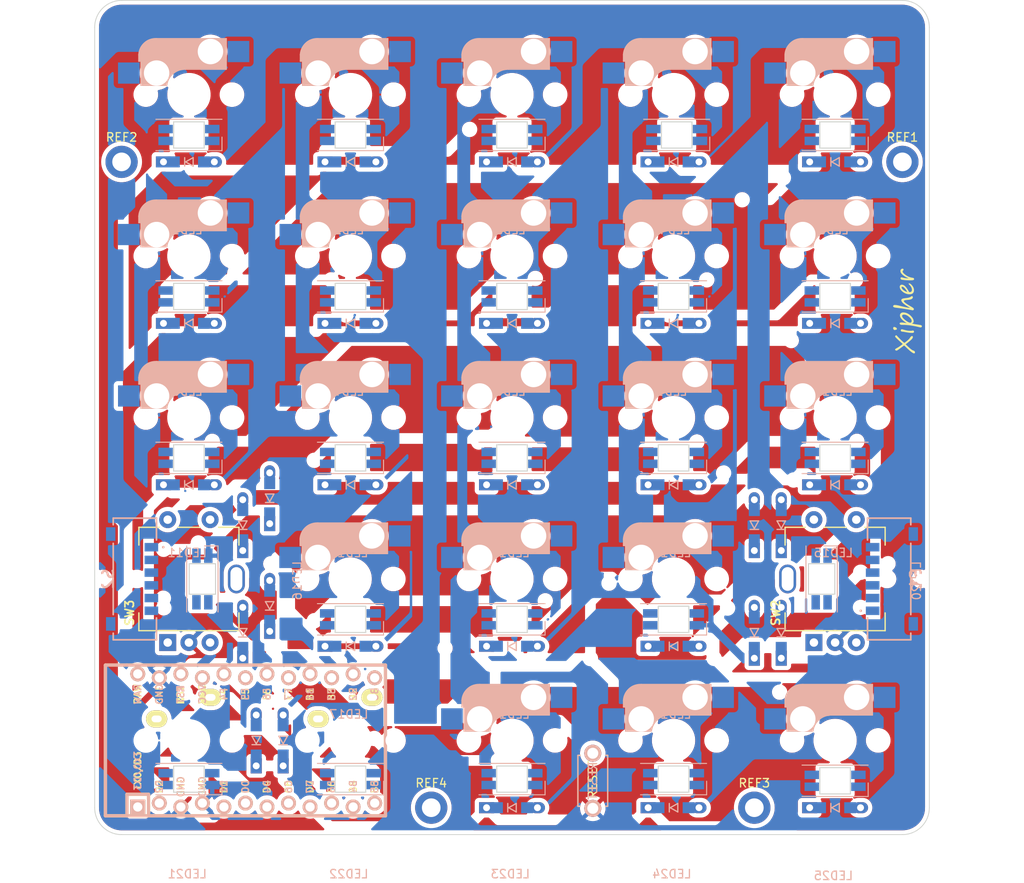
<source format=kicad_pcb>
(kicad_pcb (version 20211014) (generator pcbnew)
  (layers (0 "F.Cu" signal) (31 "B.Cu" signal) (34 "B.Paste" user) (35 "F.Paste" user) (36 "B.SilkS" user "B.Silkscreen") (37 "F.SilkS" user "F.Silkscreen") (38 "B.Mask" user) (39 "F.Mask" user) (44 "Edge.Cuts" user))
  (net 0 "")
  (net 1 "Net-(LED6-Pad2)")
  (net 2 "GND")
  (net 3 "VCC")
  (net 4 "Net-(LED7-Pad2)")
  (net 5 "Net-(LED8-Pad2)")
  (net 6 "Net-(LED9-Pad2)")
  (net 7 "Net-(LED10-Pad2)")
  (net 8 "Net-(LED11-Pad2)")
  (net 9 "Net-(LED13-Pad4)")
  (net 10 "LED")
  (net 11 "Net-(LED1-Pad2)")
  (net 12 "Net-(LED2-Pad2)")
  (net 13 "Net-(LED3-Pad2)")
  (net 14 "Net-(LED4-Pad2)")
  (net 15 "Net-(LED13-Pad2)")
  (net 16 "Net-(LED5-Pad2)")
  (net 17 "Net-(LED15-Pad4)")
  (net 18 "Net-(LED15-Pad2)")
  (net 19 "Net-(LED16-Pad2)")
  (net 20 "Net-(LED18-Pad4)")
  (net 21 "Net-(LED18-Pad2)")
  (net 22 "Net-(LED20-Pad4)")
  (net 23 "Net-(LED20-Pad2)")
  (net 24 "Net-(LED21-Pad2)")
  (net 25 "Net-(LED23-Pad4)")
  (net 26 "Net-(LED23-Pad2)")
  (net 27 "Net-(LED25-Pad4)")
  (net 29 "RST")
  (net 30 "ROW2")
  (net 31 "Net-(D15-Pad2)")
  (net 32 "Net-(D16-Pad2)")
  (net 33 "ROW0")
  (net 34 "Net-(D17-Pad2)")
  (net 35 "Net-(D18-Pad2)")
  (net 36 "ROW3")
  (net 37 "ROT_SW3")
  (net 38 "Net-(D20-Pad2)")
  (net 39 "Net-(D21-Pad2)")
  (net 40 "Net-(D22-Pad2)")
  (net 41 "ROT_SW1")
  (net 42 "ROW5")
  (net 43 "Net-(D24-Pad2)")
  (net 44 "Net-(D25-Pad2)")
  (net 45 "ROW4")
  (net 46 "Net-(D26-Pad2)")
  (net 47 "Net-(D27-Pad2)")
  (net 48 "Net-(D28-Pad2)")
  (net 49 "Net-(D29-Pad2)")
  (net 50 "Net-(D30-Pad2)")
  (net 51 "Net-(D31-Pad2)")
  (net 52 "ROW1")
  (net 53 "Net-(D11-Pad2)")
  (net 54 "Net-(D1-Pad2)")
  (net 55 "Net-(D2-Pad2)")
  (net 56 "Net-(D3-Pad2)")
  (net 57 "Net-(D4-Pad2)")
  (net 58 "Net-(D5-Pad2)")
  (net 59 "Net-(D6-Pad2)")
  (net 60 "Net-(D7-Pad2)")
  (net 61 "Net-(D8-Pad2)")
  (net 62 "Net-(D9-Pad2)")
  (net 63 "Net-(D10-Pad2)")
  (net 64 "Net-(D12-Pad2)")
  (net 65 "Net-(D13-Pad2)")
  (net 66 "Net-(D14-Pad2)")
  (net 67 "COL0")
  (net 68 "COL1")
  (net 69 "COL2")
  (net 70 "COL3")
  (net 71 "COL4")
  (net 73 "ROT2")
  (net 74 "ROT1")
  (net 75 "ROT0")
  (net 76 "COL5")
  (net 77 "ROT3")
  (footprint "Keebio-Parts:ArduinoProMicro-ZigZag" (layer "F.Cu") (at 50.8 119.0625)
    (fp_text reference "U1" hide)
    (fp_text value "ProMicro" hide)
    (fp_text user "F4" (at -3.81 -5.461 90) (layer "B.SilkS") (effects (font (size 0.8 0.8)) (justify mirror)))
    (fp_text user "GND" (at -11.43 -5.461 90) (layer "B.SilkS") (effects (font (size 0.8 0.8)) (justify mirror)))
    (fp_text user "VCC" (at -6.35 -5.461 90) (layer "B.SilkS") (effects (font (size 0.8 0.8)) (justify mirror)))
    (fp_text user "RAW" (at -13.97 -5.461 90) (layer "B.SilkS") (effects (font (size 0.8 0.8)) (justify mirror)))
    (fp_text user "D4" (at 1.27 5.461 90) (layer "B.SilkS") (effects (font (size 0.8 0.8)) (justify mirror)))
    (fp_text user "B5" (at 13.97 5.461 90) (layer "B.SilkS") (effects (font (size 0.8 0.8)) (justify mirror)))
    (fp_text user "D2" (at -11.43 5.461 90) (layer "B.SilkS") (effects (font (size 0.8 0.8)) (justify mirror)))
    (fp_text user "D0" (at -1.27 5.461 90) (layer "B.SilkS") (effects (font (size 0.8 0.8)) (justify mirror)))
    (fp_text user "ST" (at -8.91 -5.04 90) (layer "B.SilkS") (effects (font (size 0.8 0.8)) (justify mirror)))
    (fp_text user "F7" (at 3.81 -5.461 90) (layer "B.SilkS") (effects (font (size 0.8 0.8)) (justify mirror)))
    (fp_text user "F5" (at -1.27 -5.461 90) (layer "B.SilkS") (effects (font (size 0.8 0.8)) (justify mirror)))
    (fp_text user "B2" (at 11.43 -5.461 90) (layer "B.SilkS") (effects (font (size 0.8 0.8)) (justify mirror)))
    (fp_text user "B1" (at 6.35 -5.461 90) (layer "B.SilkS") (effects (font (size 0.8 0.8)) (justify mirror)))
    (fp_text user "TX0/D3" (at -13.97 3.571872 90) (layer "B.SilkS") (effects (font (size 0.8 0.8)) (justify mirror)))
    (fp_text user "E6" (at 8.89 5.461 90) (layer "B.SilkS") (effects (font (size 0.8 0.8)) (justify mirror)))
    (fp_text user "F6" (at 1.27 -5.461 90) (layer "B.SilkS") (effects (font (size 0.8 0.8)) (justify mirror)))
    (fp_text user "D1" (at -3.81 5.461 90) (layer "B.SilkS") (effects (font (size 0.8 0.8)) (justify mirror)))
    (fp_text user "B3" (at 8.89 -5.461 90) (layer "B.SilkS") (effects (font (size 0.8 0.8)) (justify mirror)))
    (fp_text user "GND" (at -8.89 5.461 90) (layer "B.SilkS") (effects (font (size 0.8 0.8)) (justify mirror)))
    (fp_text user "C6" (at 3.81 5.461 90) (layer "B.SilkS") (effects (font (size 0.8 0.8)) (justify mirror)))
    (fp_text user "B6" (at 13.97 -5.461 90) (layer "B.SilkS") (effects (font (size 0.8 0.8)) (justify mirror)))
    (fp_text user "GND" (at -6.35 5.461 90) (layer "B.SilkS") (effects (font (size 0.8 0.8)) (justify mirror)))
    (fp_text user "D7" (at 6.35 5.461 90) (layer "B.SilkS") (effects (font (size 0.8 0.8)) (justify mirror)))
    (fp_text user "B4" (at 11.43 5.461 90) (layer "B.SilkS") (effects (font (size 0.8 0.8)) (justify mirror)))
    (fp_text user "TX0/D3" (at -13.97 3.571872 90) (layer "F.SilkS") (effects (font (size 0.8 0.8))))
    (fp_text user "B6" (at 13.97 -5.461 90) (layer "F.SilkS") (effects (font (size 0.8 0.8))))
    (fp_text user "F4" (at -3.81 -5.461 90) (layer "F.SilkS") (effects (font (size 0.8 0.8))))
    (fp_text user "GND" (at -8.89 5.461 90) (layer "F.SilkS") (effects (font (size 0.8 0.8))))
    (fp_text user "F6" (at 1.27 -5.461 90) (layer "F.SilkS") (effects (font (size 0.8 0.8))))
    (fp_text user "RAW" (at -13.97 -5.461 90) (layer "F.SilkS") (effects (font (size 0.8 0.8))))
    (fp_text user "B1" (at 6.35 -5.461 90) (layer "F.SilkS") (effects (font (size 0.8 0.8))))
    (fp_text user "D7" (at 6.35 5.461 90) (layer "F.SilkS") (effects (font (size 0.8 0.8))))
    (fp_text user "F7" (at 3.81 -5.461 90) (layer "F.SilkS") (effects (font (size 0.8 0.8))))
    (fp_text user "F5" (at -1.27 -5.461 90) (layer "F.SilkS") (effects (font (size 0.8 0.8))))
    (fp_text user "VCC" (at -6.35 -5.461 90) (layer "F.SilkS") (effects (font (size 0.8 0.8))))
    (fp_text user "D0" (at -1.27 5.461 90) (layer "F.SilkS") (effects (font (size 0.8 0.8))))
    (fp_text user "D4" (at 1.27 5.461 90) (layer "F.SilkS") (effects (font (size 0.8 0.8))))
    (fp_text user "GND" (at -11.43 -5.461 90) (layer "F.SilkS") (effects (font (size 0.8 0.8))))
    (fp_text user "B3" (at 8.89 -5.461 90) (layer "F.SilkS") (effects (font (size 0.8 0.8))))
    (fp_text user "ST" (at -8.92 -5.73312 90) (layer "F.SilkS") (effects (font (size 0.8 0.8))))
    (fp_text user "D1" (at -3.81 5.461 90) (layer "F.SilkS") (effects (font (size 0.8 0.8))))
    (fp_text user "B4" (at 11.43 5.461 90) (layer "F.SilkS") (effects (font (size 0.8 0.8))))
    (fp_text user "B5" (at 13.97 5.461 90) (layer "F.SilkS") (effects (font (size 0.8 0.8))))
    (fp_text user "D2" (at -11.43 5.461 90) (layer "F.SilkS") (effects (font (size 0.8 0.8))))
    (fp_text user "B2" (at 11.43 -5.461 90) (layer "F.SilkS") (effects (font (size 0.8 0.8))))
    (fp_text user "C6" (at 3.81 5.461 90) (layer "F.SilkS") (effects (font (size 0.8 0.8))))
    (fp_text user "GND" (at -6.35 5.461 90) (layer "F.SilkS") (effects (font (size 0.8 0.8))))
    (fp_text user "E6" (at 8.89 5.461 90) (layer "F.SilkS") (effects (font (size 0.8 0.8))))
    (pad "1" thru_hole rect locked (at -13.97 7.8486) (size 1.7526 1.7526) (drill 1.0922) (layers *.Cu *.SilkS *.Mask) (net 10 "LED"))
    (pad "2" thru_hole circle locked (at -11.43 7.3914) (size 1.7526 1.7526) (drill 1.0922) (layers *.Cu *.SilkS *.Mask))
    (pad "3" thru_hole circle locked (at -8.89 7.8486) (size 1.7526 1.7526) (drill 1.0922) (layers *.Cu *.SilkS *.Mask) (net 2 "GND"))
    (pad "4" thru_hole circle locked (at -6.35 7.3914) (size 1.7526 1.7526) (drill 1.0922) (layers *.Cu *.SilkS *.Mask) (net 2 "GND"))
    (pad "5" thru_hole circle locked (at -3.81 7.8486) (size 1.7526 1.7526) (drill 1.0922) (layers *.Cu *.SilkS *.Mask) (net 33 "ROW0"))
    (pad "6" thru_hole circle locked (at -1.27 7.3914) (size 1.7526 1.7526) (drill 1.0922) (layers *.Cu *.SilkS *.Mask) (net 52 "ROW1"))
    (pad "7" thru_hole circle locked (at 1.27 7.8486) (size 1.7526 1.7526) (drill 1.0922) (layers *.Cu *.SilkS *.Mask) (net 30 "ROW2"))
    (pad "8" thru_hole circle locked (at 3.81 7.3914) (size 1.7526 1.7526) (drill 1.0922) (layers *.Cu *.SilkS *.Mask) (net 36 "ROW3"))
    (pad "9" thru_hole circle locked (at 6.35 7.8486) (size 1.7526 1.7526) (drill 1.0922) (layers *.Cu *.SilkS *.Mask) (net 45 "ROW4"))
    (pad "10" thru_hole circle locked (at 8.89 7.3914) (size 1.7526 1.7526) (drill 1.0922) (layers *.Cu *.SilkS *.Mask) (net 42 "ROW5"))
    (pad "11" thru_hole circle locked (at 11.43 7.8486) (size 1.7526 1.7526) (drill 1.0922) (layers *.Cu *.SilkS *.Mask) (net 73 "ROT2"))
    (pad "12" thru_hole circle locked (at 13.97 7.3914) (size 1.7526 1.7526) (drill 1.0922) (layers *.Cu *.SilkS *.Mask) (net 77 "ROT3"))
    (pad "13" thru_hole circle locked (at 13.97 -7.3914) (size 1.7526 1.7526) (drill 1.0922) (layers *.Cu *.SilkS *.Mask) (net 74 "ROT1"))
    (pad "14" thru_hole circle locked (at 11.43 -7.8486) (size 1.7526 1.7526) (drill 1.0922) (layers *.Cu *.SilkS *.Mask) (net 75 "ROT0"))
    (pad "15" thru_hole circle locked (at 8.89 -7.3914) (size 1.7526 1.7526) (drill 1.0922) (layers *.Cu *.SilkS *.Mask) (net 76 "COL5"))
    (pad "16" thru_hole circle locked (at 6.35 -7.8486) (size 1.7526 1.7526) (drill 1.0922) (layers *.Cu *.SilkS *.Mask) (net 71 "COL4"))
    (pad "17" thru_hole circle locked (at 3.81 -7.3914) (size 1.7526 1.7526) (drill 1.0922) (layers *.Cu *.SilkS *.Mask) (net 70 "COL3"))
    (pad "18" thru_hole circle locked (at 1.27 -7.8486) (size 1.7526 1.7526) (drill 1.0922) (layers *.Cu *.SilkS *.Mask) (net 69 "COL2"))
    (pad "19" thru_hole circle locked (at -1.27 -7.3914) (size 1.7526 1.7526) (drill 1.0922) (layers *.Cu *.SilkS *.Mask) (net 68 "COL1"))
    (pad "20" thru_hole circle locked (at -3.81 -7.8486) (size 1.7526 1.7526) (drill 1.0922) (layers *.Cu *.SilkS *.Mask) (net 67 "COL0"))
    (pad "21" thru_hole circle locked (at -6.35 -7.3914) (size 1.7526 1.7526) (drill 1.0922) (layers *.Cu *.SilkS *.Mask) (net 3 "VCC"))
    (pad "22" thru_hole circle locked (at -8.89 -7.8486) (size 1.7526 1.7526) (drill 1.0922) (layers *.Cu *.SilkS *.Mask) (net 29 "RST"))
    (pad "23" thru_hole circle locked (at -11.43 -7.3914) (size 1.7526 1.7526) (drill 1.0922) (layers *.Cu *.SilkS *.Mask) (net 2 "GND"))
    (pad "24" thru_hole circle locked (at -13.97 -7.8486) (size 1.7526 1.7526) (drill 1.0922) (layers *.Cu *.SilkS *.Mask))
  )
  (footprint "kbd:CherryMX_Hotswap" (layer "F.Cu") (at 80.9625 100.0125)
    (fp_text reference "SW21" hide)
    (fp_text value "SW_PUSH" hide)
    (pad "" np_thru_hole circle locked (at -5.08 0) (size 1.9 1.9) (drill 1.9) (layers *.Cu *.Mask))
    (pad "" np_thru_hole circle locked (at 2.54 -5.08) (size 3 3) (drill 3) (layers *.Cu *.Mask))
    (pad "" np_thru_hole circle locked (at -3.81 -2.54) (size 3 3) (drill 3) (layers *.Cu *.Mask))
    (pad "" np_thru_hole circle locked (at 0 0 90) (size 4.1 4.1) (drill 4.1) (layers *.Cu *.Mask))
    (pad "" np_thru_hole circle locked (at 5.08 0) (size 1.9 1.9) (drill 1.9) (layers *.Cu *.Mask))
    (pad "1" smd rect locked (at -7.085 -2.54 180) (size 2.55 2.5) (layers "B.Cu" "B.Paste" "B.Mask") (net 69 "COL2"))
    (pad "2" smd rect locked (at 5.842 -5.08 180) (size 2.55 2.5) (layers "B.Cu" "B.Paste" "B.Mask") (net 39 "Net-(D21-Pad2)"))
  )
  (footprint "kbd:CherryMX_Hotswap" (layer "F.Cu") (at 42.8625 61.9125)
    (fp_text reference "SW9" hide)
    (fp_text value "SW_PUSH" hide)
    (pad "" np_thru_hole circle locked (at -3.81 -2.54) (size 3 3) (drill 3) (layers *.Cu *.Mask))
    (pad "" np_thru_hole circle locked (at 0 0 90) (size 4.1 4.1) (drill 4.1) (layers *.Cu *.Mask))
    (pad "" np_thru_hole circle locked (at 2.54 -5.08) (size 3 3) (drill 3) (layers *.Cu *.Mask))
    (pad "" np_thru_hole circle locked (at 5.08 0) (size 1.9 1.9) (drill 1.9) (layers *.Cu *.Mask))
    (pad "" np_thru_hole circle locked (at -5.08 0) (size 1.9 1.9) (drill 1.9) (layers *.Cu *.Mask))
    (pad "1" smd rect locked (at -7.085 -2.54 180) (size 2.55 2.5) (layers "B.Cu" "B.Paste" "B.Mask") (net 67 "COL0"))
    (pad "2" smd rect locked (at 5.842 -5.08 180) (size 2.55 2.5) (layers "B.Cu" "B.Paste" "B.Mask") (net 59 "Net-(D6-Pad2)"))
  )
  (footprint "xipher_footprint:text_logo_10" (layer "F.Cu") (at 127.6 68.4 90)
    (fp_text reference "G1" hide)
    (fp_text value "LOGO" hide)
  )
  (footprint "kbd:CherryMX_Hotswap" (layer "F.Cu") (at 119.0625 42.8625)
    (fp_text reference "SW8" hide)
    (fp_text value "SW_PUSH" hide)
    (pad "" np_thru_hole circle locked (at -3.81 -2.54) (size 3 3) (drill 3) (layers *.Cu *.Mask))
    (pad "" np_thru_hole circle locked (at 0 0 90) (size 4.1 4.1) (drill 4.1) (layers *.Cu *.Mask))
    (pad "" np_thru_hole circle locked (at 2.54 -5.08) (size 3 3) (drill 3) (layers *.Cu *.Mask))
    (pad "" np_thru_hole circle locked (at 5.08 0) (size 1.9 1.9) (drill 1.9) (layers *.Cu *.Mask))
    (pad "" np_thru_hole circle locked (at -5.08 0) (size 1.9 1.9) (drill 1.9) (layers *.Cu *.Mask))
    (pad "1" smd rect locked (at -7.085 -2.54 180) (size 2.55 2.5) (layers "B.Cu" "B.Paste" "B.Mask") (net 71 "COL4"))
    (pad "2" smd rect locked (at 5.842 -5.08 180) (size 2.55 2.5) (layers "B.Cu" "B.Paste" "B.Mask") (net 58 "Net-(D5-Pad2)"))
  )
  (footprint "MountingHole:MountingHole_2.2mm_M2_DIN965_Pad" (layer "F.Cu") (at 127 50.8)
    (fp_text reference "REF1" (at 0 -2.9) (layer "F.SilkS"))
    (fp_text value "MountingHole_2.2mm_M2_DIN965_Pad")
    (pad "1" thru_hole circle (at 0 0) (size 3.8 3.8) (drill 2.2) (layers *.Cu *.Mask))
  )
  (footprint "MountingHole:MountingHole_2.2mm_M2_DIN965_Pad" (layer "F.Cu") (at 34.925 50.8)
    (fp_text reference "REF2" (at 0 -2.9) (layer "F.SilkS"))
    (fp_text value "MountingHole_2.2mm_M2_DIN965_Pad")
    (pad "1" thru_hole circle (at 0 0) (size 3.8 3.8) (drill 2.2) (layers *.Cu *.Mask))
  )
  (footprint "kbd:CherryMX_Hotswap" (layer "F.Cu") (at 42.8625 42.8625)
    (fp_text reference "SW4" hide)
    (fp_text value "SW_PUSH" hide)
    (pad "" np_thru_hole circle locked (at -3.81 -2.54) (size 3 3) (drill 3) (layers *.Cu *.Mask))
    (pad "" np_thru_hole circle locked (at 5.08 0) (size 1.9 1.9) (drill 1.9) (layers *.Cu *.Mask))
    (pad "" np_thru_hole circle locked (at 2.54 -5.08) (size 3 3) (drill 3) (layers *.Cu *.Mask))
    (pad "" np_thru_hole circle locked (at -5.08 0) (size 1.9 1.9) (drill 1.9) (layers *.Cu *.Mask))
    (pad "" np_thru_hole circle locked (at 0 0 90) (size 4.1 4.1) (drill 4.1) (layers *.Cu *.Mask))
    (pad "1" smd rect locked (at -7.085 -2.54 180) (size 2.55 2.5) (layers "B.Cu" "B.Paste" "B.Mask") (net 67 "COL0"))
    (pad "2" smd rect locked (at 5.842 -5.08 180) (size 2.55 2.5) (layers "B.Cu" "B.Paste" "B.Mask") (net 54 "Net-(D1-Pad2)"))
  )
  (footprint "kbd:CherryMX_Hotswap" (layer "F.Cu") (at 119.0625 61.9125)
    (fp_text reference "SW13" hide)
    (fp_text value "SW_PUSH" hide)
    (pad "" np_thru_hole circle locked (at 0 0 90) (size 4.1 4.1) (drill 4.1) (layers *.Cu *.Mask))
    (pad "" np_thru_hole circle locked (at 2.54 -5.08) (size 3 3) (drill 3) (layers *.Cu *.Mask))
    (pad "" np_thru_hole circle locked (at -5.08 0) (size 1.9 1.9) (drill 1.9) (layers *.Cu *.Mask))
    (pad "" np_thru_hole circle locked (at 5.08 0) (size 1.9 1.9) (drill 1.9) (layers *.Cu *.Mask))
    (pad "" np_thru_hole circle locked (at -3.81 -2.54) (size 3 3) (drill 3) (layers *.Cu *.Mask))
    (pad "1" smd rect locked (at -7.085 -2.54 180) (size 2.55 2.5) (layers "B.Cu" "B.Paste" "B.Mask") (net 71 "COL4"))
    (pad "2" smd rect locked (at 5.842 -5.08 180) (size 2.55 2.5) (layers "B.Cu" "B.Paste" "B.Mask") (net 63 "Net-(D10-Pad2)"))
  )
  (footprint "kbd:CherryMX_Hotswap" (layer "F.Cu") (at 100.0125 61.9125)
    (fp_text reference "SW12" hide)
    (fp_text value "SW_PUSH" hide)
    (pad "" np_thru_hole circle locked (at 2.54 -5.08) (size 3 3) (drill 3) (layers *.Cu *.Mask))
    (pad "" np_thru_hole circle locked (at 5.08 0) (size 1.9 1.9) (drill 1.9) (layers *.Cu *.Mask))
    (pad "" np_thru_hole circle locked (at -3.81 -2.54) (size 3 3) (drill 3) (layers *.Cu *.Mask))
    (pad "" np_thru_hole circle locked (at 0 0 90) (size 4.1 4.1) (drill 4.1) (layers *.Cu *.Mask))
    (pad "" np_thru_hole circle locked (at -5.08 0) (size 1.9 1.9) (drill 1.9) (layers *.Cu *.Mask))
    (pad "1" smd rect locked (at -7.085 -2.54 180) (size 2.55 2.5) (layers "B.Cu" "B.Paste" "B.Mask") (net 70 "COL3"))
    (pad "2" smd rect locked (at 5.842 -5.08 180) (size 2.55 2.5) (layers "B.Cu" "B.Paste" "B.Mask") (net 62 "Net-(D9-Pad2)"))
  )
  (footprint "kbd:CherryMX_Hotswap" (layer "F.Cu") (at 100.0125 80.9625)
    (fp_text reference "SW17" hide)
    (fp_text value "SW_PUSH" hide)
    (pad "" np_thru_hole circle locked (at -3.81 -2.54) (size 3 3) (drill 3) (layers *.Cu *.Mask))
    (pad "" np_thru_hole circle locked (at -5.08 0) (size 1.9 1.9) (drill 1.9) (layers *.Cu *.Mask))
    (pad "" np_thru_hole circle locked (at 2.54 -5.08) (size 3 3) (drill 3) (layers *.Cu *.Mask))
    (pad "" np_thru_hole circle locked (at 0 0 90) (size 4.1 4.1) (drill 4.1) (layers *.Cu *.Mask))
    (pad "" np_thru_hole circle locked (at 5.08 0) (size 1.9 1.9) (drill 1.9) (layers *.Cu *.Mask))
    (pad "1" smd rect locked (at -7.085 -2.54 180) (size 2.55 2.5) (layers "B.Cu" "B.Paste" "B.Mask") (net 70 "COL3"))
    (pad "2" smd rect locked (at 5.842 -5.08 180) (size 2.55 2.5) (layers "B.Cu" "B.Paste" "B.Mask") (net 31 "Net-(D15-Pad2)"))
  )
  (footprint "MountingHole:MountingHole_2.2mm_M2_DIN965_Pad" (layer "F.Cu") (at 71.4375 127)
    (fp_text reference "REF4" (at 0 -2.9) (layer "F.SilkS"))
    (fp_text value "MountingHole_2.2mm_M2_DIN965_Pad")
    (pad "1" thru_hole circle (at 0 0) (size 3.8 3.8) (drill 2.2) (layers *.Cu *.Mask))
  )
  (footprint "kbd:CherryMX_Hotswap" (layer "F.Cu") (at 100.0125 42.8625)
    (fp_text reference "SW7" hide)
    (fp_text value "SW_PUSH" hide)
    (pad "" np_thru_hole circle locked (at 5.08 0) (size 1.9 1.9) (drill 1.9) (layers *.Cu *.Mask))
    (pad "" np_thru_hole circle locked (at -3.81 -2.54) (size 3 3) (drill 3) (layers *.Cu *.Mask))
    (pad "" np_thru_hole circle locked (at 0 0 90) (size 4.1 4.1) (drill 4.1) (layers *.Cu *.Mask))
    (pad "" np_thru_hole circle locked (at 2.54 -5.08) (size 3 3) (drill 3) (layers *.Cu *.Mask))
    (pad "" np_thru_hole circle locked (at -5.08 0) (size 1.9 1.9) (drill 1.9) (layers *.Cu *.Mask))
    (pad "1" smd rect locked (at -7.085 -2.54 180) (size 2.55 2.5) (layers "B.Cu" "B.Paste" "B.Mask") (net 70 "COL3"))
    (pad "2" smd rect locked (at 5.842 -5.08 180) (size 2.55 2.5) (layers "B.Cu" "B.Paste" "B.Mask") (net 57 "Net-(D4-Pad2)"))
  )
  (footprint "kbd:CherryMX_Hotswap" (layer "F.Cu") (at 61.88 100.0125)
    (fp_text reference "SW20" hide)
    (fp_text value "SW_PUSH" hide)
    (pad "" np_thru_hole circle locked (at -3.81 -2.54) (size 3 3) (drill 3) (layers *.Cu *.Mask))
    (pad "" np_thru_hole circle locked (at 2.54 -5.08) (size 3 3) (drill 3) (layers *.Cu *.Mask))
    (pad "" np_thru_hole circle locked (at 5.08 0) (size 1.9 1.9) (drill 1.9) (layers *.Cu *.Mask))
    (pad "" np_thru_hole circle locked (at 0 0 90) (size 4.1 4.1) (drill 4.1) (layers *.Cu *.Mask))
    (pad "" np_thru_hole circle locked (at -5.08 0) (size 1.9 1.9) (drill 1.9) (layers *.Cu *.Mask))
    (pad "1" smd rect locked (at -7.085 -2.54 180) (size 2.55 2.5) (layers "B.Cu" "B.Paste" "B.Mask") (net 68 "COL1"))
    (pad "2" smd rect locked (at 5.842 -5.08 180) (size 2.55 2.5) (layers "B.Cu" "B.Paste" "B.Mask") (net 38 "Net-(D20-Pad2)"))
  )
  (footprint "MountingHole:MountingHole_2.2mm_M2_DIN965_Pad" (layer "F.Cu") (at 109.5375 127)
    (fp_text reference "REF3" (at 0 -2.9) (layer "F.SilkS"))
    (fp_text value "MountingHole_2.2mm_M2_DIN965_Pad")
    (pad "1" thru_hole circle (at 0 0) (size 3.8 3.8) (drill 2.2) (layers *.Cu *.Mask))
  )
  (footprint "kbd:CherryMX_Hotswap" (layer "F.Cu") (at 80.9625 119.0625)
    (fp_text reference "SW26" hide)
    (fp_text value "SW_PUSH" hide)
    (pad "" np_thru_hole circle locked (at -3.81 -2.54) (size 3 3) (drill 3) (layers *.Cu *.Mask))
    (pad "" np_thru_hole circle locked (at 2.54 -5.08) (size 3 3) (drill 3) (layers *.Cu *.Mask))
    (pad "" np_thru_hole circle locked (at 0 0 90) (size 4.1 4.1) (drill 4.1) (layers *.Cu *.Mask))
    (pad "" np_thru_hole circle locked (at 5.08 0) (size 1.9 1.9) (drill 1.9) (layers *.Cu *.Mask))
    (pad "" np_thru_hole circle locked (at -5.08 0) (size 1.9 1.9) (drill 1.9) (layers *.Cu *.Mask))
    (pad "1" smd rect locked (at -7.085 -2.54 180) (size 2.55 2.5) (layers "B.Cu" "B.Paste" "B.Mask") (net 69 "COL2"))
    (pad "2" smd rect locked (at 5.842 -5.08 180) (size 2.55 2.5) (layers "B.Cu" "B.Paste" "B.Mask") (net 49 "Net-(D29-Pad2)"))
  )
  (footprint "kbd:CherryMX_Hotswap" (layer "F.Cu") (at 100.0125 119.0625)
    (fp_text reference "SW27" hide)
    (fp_text value "SW_PUSH" hide)
    (pad "" np_thru_hole circle locked (at 5.08 0) (size 1.9 1.9) (drill 1.9) (layers *.Cu *.Mask))
    (pad "" np_thru_hole circle locked (at -3.81 -2.54) (size 3 3) (drill 3) (layers *.Cu *.Mask))
    (pad "" np_thru_hole circle locked (at -5.08 0) (size 1.9 1.9) (drill 1.9) (layers *.Cu *.Mask))
    (pad "" np_thru_hole circle locked (at 2.54 -5.08) (size 3 3) (drill 3) (layers *.Cu *.Mask))
    (pad "" np_thru_hole circle locked (at 0 0 90) (size 4.1 4.1) (drill 4.1) (layers *.Cu *.Mask))
    (pad "1" smd rect locked (at -7.085 -2.54 180) (size 2.55 2.5) (layers "B.Cu" "B.Paste" "B.Mask") (net 70 "COL3"))
    (pad "2" smd rect locked (at 5.842 -5.08 180) (size 2.55 2.5) (layers "B.Cu" "B.Paste" "B.Mask") (net 50 "Net-(D30-Pad2)"))
  )
  (footprint "kbd:CherryMX_Hotswap" (layer "F.Cu") (at 119.0625 119.0625)
    (fp_text reference "SW28" hide)
    (fp_text value "SW_PUSH" hide)
    (pad "" np_thru_hole circle locked (at 5.08 0) (size 1.9 1.9) (drill 1.9) (layers *.Cu *.Mask))
    (pad "" np_thru_hole circle locked (at -5.08 0) (size 1.9 1.9) (drill 1.9) (layers *.Cu *.Mask))
    (pad "" np_thru_hole circle locked (at 2.54 -5.08) (size 3 3) (drill 3) (layers *.Cu *.Mask))
    (pad "" np_thru_hole circle locked (at 0 0 90) (size 4.1 4.1) (drill 4.1) (layers *.Cu *.Mask))
    (pad "" np_thru_hole circle locked (at -3.81 -2.54) (size 3 3) (drill 3) (layers *.Cu *.Mask))
    (pad "1" smd rect locked (at -7.085 -2.54 180) (size 2.55 2.5) (layers "B.Cu" "B.Paste" "B.Mask") (net 71 "COL4"))
    (pad "2" smd rect locked (at 5.842 -5.08 180) (size 2.55 2.5) (layers "B.Cu" "B.Paste" "B.Mask") (net 51 "Net-(D31-Pad2)"))
  )
  (footprint "kbd:CherryMX_Hotswap" (layer "F.Cu") (at 80.9625 42.8625)
    (fp_text reference "SW6" hide)
    (fp_text value "SW_PUSH" hide)
    (pad "" np_thru_hole circle locked (at 0 0 90) (size 4.1 4.1) (drill 4.1) (layers *.Cu *.Mask))
    (pad "" np_thru_hole circle locked (at 2.54 -5.08) (size 3 3) (drill 3) (layers *.Cu *.Mask))
    (pad "" np_thru_hole circle locked (at -3.81 -2.54) (size 3 3) (drill 3) (layers *.Cu *.Mask))
    (pad "" np_thru_hole circle locked (at 5.08 0) (size 1.9 1.9) (drill 1.9) (layers *.Cu *.Mask))
    (pad "" np_thru_hole circle locked (at -5.08 0) (size 1.9 1.9) (drill 1.9) (layers *.Cu *.Mask))
    (pad "1" smd rect locked (at -7.085 -2.54 180) (size 2.55 2.5) (layers "B.Cu" "B.Paste" "B.Mask") (net 69 "COL2"))
    (pad "2" smd rect locked (at 5.842 -5.08 180) (size 2.55 2.5) (layers "B.Cu" "B.Paste" "B.Mask") (net 56 "Net-(D3-Pad2)"))
  )
  (footprint "kbd:CherryMX_Hotswap" (layer "F.Cu") (at 100.0125 100.0125)
    (fp_text reference "SW22" hide)
    (fp_text value "SW_PUSH" hide)
    (pad "" np_thru_hole circle locked (at -3.81 -2.54) (size 3 3) (drill 3) (layers *.Cu *.Mask))
    (pad "" np_thru_hole circle locked (at 5.08 0) (size 1.9 1.9) (drill 1.9) (layers *.Cu *.Mask))
    (pad "" np_thru_hole circle locked (at -5.08 0) (size 1.9 1.9) (drill 1.9) (layers *.Cu *.Mask))
    (pad "" np_thru_hole circle locked (at 0 0 90) (size 4.1 4.1) (drill 4.1) (layers *.Cu *.Mask))
    (pad "" np_thru_hole circle locked (at 2.54 -5.08) (size 3 3) (drill 3) (layers *.Cu *.Mask))
    (pad "1" smd rect locked (at -7.085 -2.54 180) (size 2.55 2.5) (layers "B.Cu" "B.Paste" "B.Mask") (net 70 "COL3"))
    (pad "2" smd rect locked (at 5.842 -5.08 180) (size 2.55 2.5) (layers "B.Cu" "B.Paste" "B.Mask") (net 40 "Net-(D22-Pad2)"))
  )
  (footprint "kbd:CherryMX_Hotswap" (layer "F.Cu") (at 61.9125 61.9125)
    (fp_text reference "SW10" hide)
    (fp_text value "SW_PUSH" hide)
    (pad "" np_thru_hole circle locked (at 0 0 90) (size 4.1 4.1) (drill 4.1) (layers *.Cu *.Mask))
    (pad "" np_thru_hole circle locked (at -3.81 -2.54) (size 3 3) (drill 3) (layers *.Cu *.Mask))
    (pad "" np_thru_hole circle locked (at 5.08 0) (size 1.9 1.9) (drill 1.9) (layers *.Cu *.Mask))
    (pad "" np_thru_hole circle locked (at 2.54 -5.08) (size 3 3) (drill 3) (layers *.Cu *.Mask))
    (pad "" np_thru_hole circle locked (at -5.08 0) (size 1.9 1.9) (drill 1.9) (layers *.Cu *.Mask))
    (pad "1" smd rect locked (at -7.085 -2.54 180) (size 2.55 2.5) (layers "B.Cu" "B.Paste" "B.Mask") (net 68 "COL1"))
    (pad "2" smd rect locked (at 5.842 -5.08 180) (size 2.55 2.5) (layers "B.Cu" "B.Paste" "B.Mask") (net 60 "Net-(D7-Pad2)"))
  )
  (footprint "Encoder:RotaryEncoder_Alps_EC11E-Switch_Vertical" (layer "F.Cu") (at 119.0625 100.0125 90)
    (fp_text reference "SW2" (at -4 -7 90) (layer "F.SilkS") (effects (font (thickness 0.2))))
    (fp_text value "RotaryEncoder_Switch")
    (pad "A" thru_hole rect (at -7.5 -2.5 90) (size 2 2) (drill 1) (layers *.Cu *.Mask) (net 75 "ROT0"))
    (pad "B" thru_hole circle (at -7.5 2.5 90) (size 2 2) (drill 1) (layers *.Cu *.Mask) (net 74 "ROT1"))
    (pad "C" thru_hole circle (at -7.5 0 90) (size 2 2) (drill 1) (layers *.Cu *.Mask) (net 2 "GND"))
    (pad "MP" thru_hole oval (at 0 -5.6 90) (size 3.4 2) (drill oval 2.8 1.4) (layers *.Cu *.Mask))
    (pad "S1" thru_hole circle (at 7 2.5 90) (size 2 2) (drill 1) (layers *.Cu *.Mask) (net 71 "COL4"))
    (pad "S2" thru_hole circle (at 7 -2.5 90) (size 2 2) (drill 1) (layers *.Cu *.Mask) (net 41 "ROT_SW1"))
  )
  (footprint "kbd:CherryMX_Hotswap" (layer "F.Cu") (at 42.8625 80.9625)
    (fp_text reference "SW14" hide)
    (fp_text value "SW_PUSH" hide)
    (pad "" np_thru_hole circle locked (at 0 0 90) (size 4.1 4.1) (drill 4.1) (layers *.Cu *.Mask))
    (pad "" np_thru_hole circle locked (at 5.08 0) (size 1.9 1.9) (drill 1.9) (layers *.Cu *.Mask))
    (pad "" np_thru_hole circle locked (at 2.54 -5.08) (size 3 3) (drill 3) (layers *.Cu *.Mask))
    (pad "" np_thru_hole circle locked (at -3.81 -2.54) (size 3 3) (drill 3) (layers *.Cu *.Mask))
    (pad "" np_thru_hole circle locked (at -5.08 0) (size 1.9 1.9) (drill 1.9) (layers *.Cu *.Mask))
    (pad "1" smd rect locked (at -7.085 -2.54 180) (size 2.55 2.5) (layers "B.Cu" "B.Paste" "B.Mask") (net 67 "COL0"))
    (pad "2" smd rect locked (at 5.842 -5.08 180) (size 2.55 2.5) (layers "B.Cu" "B.Paste" "B.Mask") (net 64 "Net-(D12-Pad2)"))
  )
  (footprint "kbd:CherryMX_Hotswap" (layer "F.Cu") (at 61.9125 80.9625)
    (fp_text reference "SW15" hide)
    (fp_text value "SW_PUSH" hide)
    (pad "" np_thru_hole circle locked (at -3.81 -2.54) (size 3 3) (drill 3) (layers *.Cu *.Mask))
    (pad "" np_thru_hole circle locked (at -5.08 0) (size 1.9 1.9) (drill 1.9) (layers *.Cu *.Mask))
    (pad "" np_thru_hole circle locked (at 0 0 90) (size 4.1 4.1) (drill 4.1) (layers *.Cu *.Mask))
    (pad "" np_thru_hole circle locked (at 2.54 -5.08) (size 3 3) (drill 3) (layers *.Cu *.Mask))
    (pad "" np_thru_hole circle locked (at 5.08 0) (size 1.9 1.9) (drill 1.9) (layers *.Cu *.Mask))
    (pad "1" smd rect locked (at -7.085 -2.54 180) (size 2.55 2.5) (layers "B.Cu" "B.Paste" "B.Mask") (net 68 "COL1"))
    (pad "2" smd rect locked (at 5.842 -5.08 180) (size 2.55 2.5) (layers "B.Cu" "B.Paste" "B.Mask") (net 65 "Net-(D13-Pad2)"))
  )
  (footprint "kbd:CherryMX_1u" (layer "F.Cu") (at 61.9125 119.0625)
    (fp_text reference "SW25" hide)
    (fp_text value "SW_PUSH" hide)
    (pad "" np_thru_hole circle locked (at 0 0 90) (size 4 4) (drill 4) (layers *.Cu *.Mask))
    (pad "" np_thru_hole circle locked (at -5.08 0 90) (size 1.9 1.9) (drill 1.9) (layers *.Cu *.Mask))
    (pad "" np_thru_hole circle locked (at 5.08 0 90) (size 1.9 1.9) (drill 1.9) (layers *.Cu *.Mask))
    (pad "1" thru_hole oval locked (at -3.81 -2.54) (size 2.5 2) (drill oval 1.2 0.8) (layers *.Cu "F.SilkS" "B.Mask") (net 68 "COL1"))
    (pad "2" thru_hole oval locked (at 2.54 -5.08) (size 2.5 2) (drill oval 1.2 0.8) (layers *.Cu "F.SilkS" "B.Mask") (net 48 "Net-(D28-Pad2)"))
  )
  (footprint "kbd:CherryMX_Hotswap" (layer "F.Cu") (at 61.9125 42.8625)
    (fp_text reference "SW5" hide)
    (fp_text value "SW_PUSH" hide)
    (pad "" np_thru_hole circle locked (at 0 0 90) (size 4.1 4.1) (drill 4.1) (layers *.Cu *.Mask))
    (pad "" np_thru_hole circle locked (at -5.08 0) (size 1.9 1.9) (drill 1.9) (layers *.Cu *.Mask))
    (pad "" np_thru_hole circle locked (at 5.08 0) (size 1.9 1.9) (drill 1.9) (layers *.Cu *.Mask))
    (pad "" np_thru_hole circle locked (at 2.54 -5.08) (size 3 3) (drill 3) (layers *.Cu *.Mask))
    (pad "" np_thru_hole circle locked (at -3.81 -2.54) (size 3 3) (drill 3) (layers *.Cu *.Mask))
    (pad "1" smd rect locked (at -7.085 -2.54 180) (size 2.55 2.5) (layers "B.Cu" "B.Paste" "B.Mask") (net 68 "COL1"))
    (pad "2" smd rect locked (at 5.842 -5.08 180) (size 2.55 2.5) (layers "B.Cu" "B.Paste" "B.Mask") (net 55 "Net-(D2-Pad2)"))
  )
  (footprint "kbd:CherryMX_1u" (layer "F.Cu") (at 42.8625 119.0625)
    (fp_text reference "SW24" hide)
    (fp_text value "SW_PUSH" hide)
    (pad "" np_thru_hole circle locked (at 5.08 0 90) (size 1.9 1.9) (drill 1.9) (layers *.Cu *.Mask))
    (pad "" np_thru_hole circle locked (at -5.08 0 90) (size 1.9 1.9) (drill 1.9) (layers *.Cu *.Mask))
    (pad "" np_thru_hole circle locked (at 0 0 90) (size 4 4) (drill 4) (layers *.Cu *.Mask))
    (pad "1" thru_hole oval locked (at -3.81 -2.54) (size 2.5 2) (drill oval 1.2 0.8) (layers *.Cu "F.SilkS" "B.Mask") (net 67 "COL0"))
    (pad "2" thru_hole oval locked (at 2.54 -5.08) (size 2.5 2) (drill oval 1.2 0.8) (layers *.Cu "F.SilkS" "B.Mask") (net 47 "Net-(D27-Pad2)"))
  )
  (footprint "kbd:CherryMX_Hotswap" (layer "F.Cu") (at 80.9625 80.9625)
    (fp_text reference "SW16" hide)
    (fp_text value "SW_PUSH" hide)
    (pad "" np_thru_hole circle locked (at 0 0 90) (size 4.1 4.1) (drill 4.1) (layers *.Cu *.Mask))
    (pad "" np_thru_hole circle locked (at -5.08 0) (size 1.9 1.9) (drill 1.9) (layers *.Cu *.Mask))
    (pad "" np_thru_hole circle locked (at -3.81 -2.54) (size 3 3) (drill 3) (layers *.Cu *.Mask))
    (pad "" np_thru_hole circle locked (at 2.54 -5.08) (size 3 3) (drill 3) (layers *.Cu *.Mask))
    (pad "" np_thru_hole circle locked (at 5.08 0) (size 1.9 1.9) (drill 1.9) (layers *.Cu *.Mask))
    (pad "1" smd rect locked (at -7.085 -2.54 180) (size 2.55 2.5) (layers "B.Cu" "B.Paste" "B.Mask") (net 69 "COL2"))
    (pad "2" smd rect locked (at 5.842 -5.08 180) (size 2.55 2.5) (layers "B.Cu" "B.Paste" "B.Mask") (net 66 "Net-(D14-Pad2)"))
  )
  (footprint "kbd:CherryMX_Hotswap" (layer "F.Cu") (at 80.9625 61.9125)
    (fp_text reference "SW11" hide)
    (fp_text value "SW_PUSH" hide)
    (pad "" np_thru_hole circle locked (at 0 0 90) (size 4.1 4.1) (drill 4.1) (layers *.Cu *.Mask))
    (pad "" np_thru_hole circle locked (at 2.54 -5.08) (size 3 3) (drill 3) (layers *.Cu *.Mask))
    (pad "" np_thru_hole circle locked (at -5.08 0) (size 1.9 1.9) (drill 1.9) (layers *.Cu *.Mask))
    (pad "" np_thru_hole circle locked (at -3.81 -2.54) (size 3 3) (drill 3) (layers *.Cu *.Mask))
    (pad "" np_thru_hole circle locked (at 5.08 0) (size 1.9 1.9) (drill 1.9) (layers *.Cu *.Mask))
    (pad "1" smd rect locked (at -7.085 -2.54 180) (size 2.55 2.5) (layers "B.Cu" "B.Paste" "B.Mask") (net 69 "COL2"))
    (pad "2" smd rect locked (at 5.842 -5.08 180) (size 2.55 2.5) (layers "B.Cu" "B.Paste" "B.Mask") (net 61 "Net-(D8-Pad2)"))
  )
  (footprint "kbd:CherryMX_Hotswap" (layer "F.Cu") (at 119.0625 80.9625)
    (fp_text reference "SW18" hide)
    (fp_text value "SW_PUSH" hide)
    (pad "" np_thru_hole circle locked (at -5.08 0) (size 1.9 1.9) (drill 1.9) (layers *.Cu *.Mask))
    (pad "" np_thru_hole circle locked (at 0 0 90) (size 4.1 4.1) (drill 4.1) (layers *.Cu *.Mask))
    (pad "" np_thru_hole circle locked (at -3.81 -2.54) (size 3 3) (drill 3) (layers *.Cu *.Mask))
    (pad "" np_thru_hole circle locked (at 2.54 -5.08) (size 3 3) (drill 3) (layers *.Cu *.Mask))
    (pad "" np_thru_hole circle locked (at 5.08 0) (size 1.9 1.9) (drill 1.9) (layers *.Cu *.Mask))
    (pad "1" smd rect locked (at -7.085 -2.54 180) (size 2.55 2.5) (layers "B.Cu" "B.Paste" "B.Mask") (net 71 "COL4"))
    (pad "2" smd rect locked (at 5.842 -5.08 180) (size 2.55 2.5) (layers "B.Cu" "B.Paste" "B.Mask") (net 32 "Net-(D16-Pad2)"))
  )
  (footprint "Encoder:RotaryEncoder_Alps_EC11E-Switch_Vertical" (layer "F.Cu") (at 42.8625 100.0125 90)
    (fp_text reference "SW3" (at -4 -7 90) (layer "F.SilkS") (effects (font (thickness 0.2))))
    (fp_text value "RotaryEncoder_Switch")
    (pad "A" thru_hole rect (at -7.5 -2.5 90) (size 2 2) (drill 1) (layers *.Cu *.Mask) (net 73 "ROT2"))
    (pad "B" thru_hole circle (at -7.5 2.5 90) (size 2 2) (drill 1) (layers *.Cu *.Mask) (net 77 "ROT3"))
    (pad "C" thru_hole circle (at -7.5 0 90) (size 2 2) (drill 1) (layers *.Cu *.Mask) (net 2 "GND"))
    (pad "MP" thru_hole oval (at 0 5.6 90) (size 3.4 2) (drill oval 2.8 1.4) (layers *.Cu *.Mask))
    (pad "S1" thru_hole circle (at 7 2.5 90) (size 2 2) (drill 1) (layers *.Cu *.Mask) (net 67 "COL0"))
    (pad "S2" thru_hole circle (at 7 -2.5 90) (size 2 2) (drill 1) (layers *.Cu *.Mask) (net 37 "ROT_SW3"))
  )
  (footprint "kbd:D3_TH_SMD_v2" (layer "B.Cu") (at 109.5375 106.3625 90)
    (fp_text reference "D18" hide)
    (fp_text value "D" hide)
    (pad "1" thru_hole rect (at -3 0 90) (size 1.778 1.3) (drill 0.8128) (layers *.Cu *.Mask) (net 30 "ROW2"))
    (pad "1" smd rect (at -1.775 0 270) (size 1.4 1.3) (layers "B.Cu" "B.Paste" "B.Mask") (net 30 "ROW2"))
    (pad "2" thru_hole oval (at 3 0 90) (size 1.778 1.3) (drill 0.8128) (layers *.Cu *.Mask) (net 35 "Net-(D18-Pad2)"))
    (pad "2" smd rect (at 1.775 0 270) (size 1.4 1.3) (layers "B.Cu" "B.Paste" "B.Mask") (net 35 "Net-(D18-Pad2)"))
  )
  (footprint "kbd:D3_TH_SMD_v2" (layer "B.Cu") (at 61.9125 50.8)
    (fp_text reference "D2" hide)
    (fp_text value "D" hide)
    (pad "1" smd rect (at -1.775 0 180) (size 1.4 1.3) (layers "B.Cu" "B.Paste" "B.Mask") (net 33 "ROW0"))
    (pad "1" thru_hole rect (at -3 0) (size 1.778 1.3) (drill 0.8128) (layers *.Cu *.Mask) (net 33 "ROW0"))
    (pad "2" thru_hole oval (at 3 0) (size 1.778 1.3) (drill 0.8128) (layers *.Cu *.Mask) (net 55 "Net-(D2-Pad2)"))
    (pad "2" smd rect (at 1.775 0 180) (size 1.4 1.3) (layers "B.Cu" "B.Paste" "B.Mask") (net 55 "Net-(D2-Pad2)"))
  )
  (footprint "kbd:YS-SK6812MINI-E" (layer "B.Cu") (at 42.8625 47.625 180)
    (fp_text reference "LED1" (at 0.2 -11.2) (layer "B.SilkS") (effects (justify mirror)))
    (fp_text value "YS-SK6812MINI-E")
    (fp_line (start -1.8 1.55) (end -1.8 -1.55) (layer "Edge.Cuts") (width 0.12))
    (fp_line (start 1.8 -1.55) (end 1.8 1.55) (layer "Edge.Cuts") (width 0.12))
    (fp_line (start -1.8 -1.55) (end 1.8 -1.55) (layer "Edge.Cuts") (width 0.12))
    (fp_line (start 1.8 1.55) (end -1.8 1.55) (layer "Edge.Cuts") (width 0.12))
    (pad "1" smd rect locked (at 2.75 0.7 180) (size 1.7 1) (layers "B.Cu" "B.Paste" "B.Mask") (net 3 "VCC"))
    (pad "2" smd rect locked (at 2.75 -0.7 180) (size 1.7 1) (layers "B.Cu" "B.Paste" "B.Mask") (net 11 "Net-(LED1-Pad2)"))
    (pad "3" smd rect locked (at -2.75 -0.7 180) (size 1.7 1) (layers "B.Cu" "B.Paste" "B.Mask") (net 2 "GND"))
    (pad "4" smd rect locked (at -2.75 0.7 180) (size 1.7 1) (layers "B.Cu" "B.Paste" "B.Mask") (net 10 "LED"))
  )
  (footprint "kbd:D3_TH_SMD_v2" (layer "B.Cu") (at 109.5375 93.6625 90)
    (fp_text reference "D17" hide)
    (fp_text value "D" hide)
    (pad "1" smd rect (at -1.775 0 270) (size 1.4 1.3) (layers "B.Cu" "B.Paste" "B.Mask") (net 33 "ROW0"))
    (pad "1" thru_hole rect (at -3 0 90) (size 1.778 1.3) (drill 0.8128) (layers *.Cu *.Mask) (net 33 "ROW0"))
    (pad "2" smd rect (at 1.775 0 270) (size 1.4 1.3) (layers "B.Cu" "B.Paste" "B.Mask") (net 34 "Net-(D17-Pad2)"))
    (pad "2" thru_hole oval (at 3 0 90) (size 1.778 1.3) (drill 0.8128) (layers *.Cu *.Mask) (net 34 "Net-(D17-Pad2)"))
  )
  (footprint "kbd:ResetSW" (layer "B.Cu") (at 90.4875 123.825 90)
    (fp_text reference "SW1" hide)
    (fp_text value "SW_Push")
    (fp_text user "RESET" (at 0 0 90) (layer "B.SilkS") (effects (justify mirror)))
    (fp_text user "RESET" (at 0.127 0 90) (layer "F.SilkS"))
    (pad "1" thru_hole circle locked (at 3.25 0 90) (size 2 2) (drill 1.3) (layers *.Cu *.Mask "B.SilkS") (net 29 "RST"))
    (pad "2" thru_hole circle locked (at -3.25 0 90) (size 2 2) (drill 1.3) (layers *.Cu *.Mask "B.SilkS") (net 2 "GND"))
  )
  (footprint "kbd:D3_TH_SMD_v2" (layer "B.Cu") (at 80.9625 127)
    (fp_text reference "D29" hide)
    (fp_text value "D" hide)
    (pad "1" thru_hole rect (at -3 0) (size 1.778 1.3) (drill 0.8128) (layers *.Cu *.Mask) (net 45 "ROW4"))
    (pad "1" smd rect (at -1.775 0 180) (size 1.4 1.3) (layers "B.Cu" "B.Paste" "B.Mask") (net 45 "ROW4"))
    (pad "2" smd rect (at 1.775 0 180) (size 1.4 1.3) (layers "B.Cu" "B.Paste" "B.Mask") (net 49 "Net-(D29-Pad2)"))
    (pad "2" thru_hole oval (at 3 0) (size 1.778 1.3) (drill 0.8128) (layers *.Cu *.Mask) (net 49 "Net-(D29-Pad2)"))
  )
  (footprint "kbd:D3_TH_SMD_v2" (layer "B.Cu") (at 100.0125 50.8)
    (fp_text reference "D4" hide)
    (fp_text value "D" hide)
    (pad "1" smd rect (at -1.775 0 180) (size 1.4 1.3) (layers "B.Cu" "B.Paste" "B.Mask") (net 33 "ROW0"))
    (pad "1" thru_hole rect (at -3 0) (size 1.778 1.3) (drill 0.8128) (layers *.Cu *.Mask) (net 33 "ROW0"))
    (pad "2" smd rect (at 1.775 0 180) (size 1.4 1.3) (layers "B.Cu" "B.Paste" "B.Mask") (net 57 "Net-(D4-Pad2)"))
    (pad "2" thru_hole oval (at 3 0) (size 1.778 1.3) (drill 0.8128) (layers *.Cu *.Mask) (net 57 "Net-(D4-Pad2)"))
  )
  (footprint "kbd:D3_TH_SMD_v2" (layer "B.Cu") (at 49.2125 93.6625 90)
    (fp_text reference "D19" hide)
    (fp_text value "D" hide)
    (pad "1" smd rect (at -1.775 0 270) (size 1.4 1.3) (layers "B.Cu" "B.Paste" "B.Mask") (net 36 "ROW3"))
    (pad "1" thru_hole rect (at -3 0 90) (size 1.778 1.3) (drill 0.8128) (layers *.Cu *.Mask) (net 36 "ROW3"))
    (pad "2" thru_hole oval (at 3 0 90) (size 1.778 1.3) (drill 0.8128) (layers *.Cu *.Mask) (net 37 "ROT_SW3"))
    (pad "2" smd rect (at 1.775 0 270) (size 1.4 1.3) (layers "B.Cu" "B.Paste" "B.Mask") (net 37 "ROT_SW3"))
  )
  (footprint "kbd:D3_TH_SMD_v2" (layer "B.Cu") (at 119.0625 88.9)
    (fp_text reference "D16" hide)
    (fp_text value "D" hide)
    (pad "1" thru_hole rect (at -3 0) (size 1.778 1.3) (drill 0.8128) (layers *.Cu *.Mask) (net 30 "ROW2"))
    (pad "1" smd rect (at -1.775 0 180) (size 1.4 1.3) (layers "B.Cu" "B.Paste" "B.Mask") (net 30 "ROW2"))
    (pad "2" thru_hole oval (at 3 0) (size 1.778 1.3) (drill 0.8128) (layers *.Cu *.Mask) (net 32 "Net-(D16-Pad2)"))
    (pad "2" smd rect (at 1.775 0 180) (size 1.4 1.3) (layers "B.Cu" "B.Paste" "B.Mask") (net 32 "Net-(D16-Pad2)"))
  )
  (footprint "kbd:YS-SK6812MINI-E" (layer "B.Cu") (at 80.9625 123.625 180)
    (fp_text reference "LED23" (at 0.2 -11.2) (layer "B.SilkS") (effects (justify mirror)))
    (fp_text value "YS-SK6812MINI-E")
    (fp_line (start 1.8 -1.55) (end 1.8 1.55) (layer "Edge.Cuts") (width 0.12))
    (fp_line (start -1.8 -1.55) (end 1.8 -1.55) (layer "Edge.Cuts") (width 0.12))
    (fp_line (start -1.8 1.55) (end -1.8 -1.55) (layer "Edge.Cuts") (width 0.12))
    (fp_line (start 1.8 1.55) (end -1.8 1.55) (layer "Edge.Cuts") (width 0.12))
    (pad "1" smd rect locked (at 2.75 0.7 180) (size 1.7 1) (layers "B.Cu" "B.Paste" "B.Mask") (net 3 "VCC"))
    (pad "2" smd rect locked (at 2.75 -0.7 180) (size 1.7 1) (layers "B.Cu" "B.Paste" "B.Mask") (net 26 "Net-(LED23-Pad2)"))
    (pad "3" smd rect locked (at -2.75 -0.7 180) (size 1.7 1) (layers "B.Cu" "B.Paste" "B.Mask") (net 2 "GND"))
    (pad "4" smd rect locked (at -2.75 0.7 180) (size 1.7 1) (layers "B.Cu" "B.Paste" "B.Mask") (net 25 "Net-(LED23-Pad4)"))
  )
  (footprint "kbd:D3_TH_SMD_v2" (layer "B.Cu") (at 119.0625 127)
    (fp_text reference "D31" hide)
    (fp_text value "D" hide)
    (pad "1" thru_hole rect (at -3 0) (size 1.778 1.3) (drill 0.8128) (layers *.Cu *.Mask) (net 45 "ROW4"))
    (pad "1" smd rect (at -1.775 0 180) (size 1.4 1.3) (layers "B.Cu" "B.Paste" "B.Mask") (net 45 "ROW4"))
    (pad "2" smd rect (at 1.775 0 180) (size 1.4 1.3) (layers "B.Cu" "B.Paste" "B.Mask") (net 51 "Net-(D31-Pad2)"))
    (pad "2" thru_hole oval (at 3 0) (size 1.778 1.3) (drill 0.8128) (layers *.Cu *.Mask) (net 51 "Net-(D31-Pad2)"))
  )
  (footprint "kbd:YS-SK6812MINI-E" (layer "B.Cu") (at 80.9625 47.625 180)
    (fp_text reference "LED3" (at 0.2 -11.2) (layer "B.SilkS") (effects (justify mirror)))
    (fp_text value "YS-SK6812MINI-E")
    (fp_line (start 1.8 1.55) (end -1.8 1.55) (layer "Edge.Cuts") (width 0.12))
    (fp_line (start -1.8 -1.55) (end 1.8 -1.55) (layer "Edge.Cuts") (width 0.12))
    (fp_line (start 1.8 -1.55) (end 1.8 1.55) (layer "Edge.Cuts") (width 0.12))
    (fp_line (start -1.8 1.55) (end -1.8 -1.55) (layer "Edge.Cuts") (width 0.12))
    (pad "1" smd rect locked (at 2.75 0.7 180) (size 1.7 1) (layers "B.Cu" "B.Paste" "B.Mask") (net 3 "VCC"))
    (pad "2" smd rect locked (at 2.75 -0.7 180) (size 1.7 1) (layers "B.Cu" "B.Paste" "B.Mask") (net 13 "Net-(LED3-Pad2)"))
    (pad "3" smd rect locked (at -2.75 -0.7 180) (size 1.7 1) (layers "B.Cu" "B.Paste" "B.Mask") (net 2 "GND"))
    (pad "4" smd rect locked (at -2.75 0.7 180) (size 1.7 1) (layers "B.Cu" "B.Paste" "B.Mask") (net 12 "Net-(LED2-Pad2)"))
  )
  (footprint "kbd:YS-SK6812MINI-E" (layer "B.Cu") (at 61.9125 85.725 180)
    (fp_text reference "LED12" (at 0.2 -11.2) (layer "B.SilkS") (effects (justify mirror)))
    (fp_text value "YS-SK6812MINI-E")
    (fp_line (start 1.8 -1.55) (end 1.8 1.55) (layer "Edge.Cuts") (width 0.12))
    (fp_line (start 1.8 1.55) (end -1.8 1.55) (layer "Edge.Cuts") (width 0.12))
    (fp_line (start -1.8 -1.55) (end 1.8 -1.55) (layer "Edge.Cuts") (width 0.12))
    (fp_line (start -1.8 1.55) (end -1.8 -1.55) (layer "Edge.Cuts") (width 0.12))
    (pad "1" smd rect locked (at 2.75 0.7 180) (size 1.7 1) (layers "B.Cu" "B.Paste" "B.Mask") (net 3 "VCC"))
    (pad "2" smd rect locked (at 2.75 -0.7 180) (size 1.7 1) (layers "B.Cu" "B.Paste" "B.Mask") (net 9 "Net-(LED13-Pad4)"))
    (pad "3" smd rect locked (at -2.75 -0.7 180) (size 1.7 1) (layers "B.Cu" "B.Paste" "B.Mask") (net 2 "GND"))
    (pad "4" smd rect locked (at -2.75 0.7 180) (size 1.7 1) (layers "B.Cu" "B.Paste" "B.Mask") (net 8 "Net-(LED11-Pad2)"))
  )
  (footprint "kbd:YS-SK6812MINI-E" (layer "B.Cu") (at 42.8625 85.725 180)
    (fp_text reference "LED11" (at 0.2 -11.2) (layer "B.SilkS") (effects (justify mirror)))
    (fp_text value "YS-SK6812MINI-E")
    (fp_line (start 1.8 1.55) (end -1.8 1.55) (layer "Edge.Cuts") (width 0.12))
    (fp_line (start -1.8 1.55) (end -1.8 -1.55) (layer "Edge.Cuts") (width 0.12))
    (fp_line (start 1.8 -1.55) (end 1.8 1.55) (layer "Edge.Cuts") (width 0.12))
    (fp_line (start -1.8 -1.55) (end 1.8 -1.55) (layer "Edge.Cuts") (width 0.12))
    (pad "1" smd rect locked (at 2.75 0.7 180) (size 1.7 1) (layers "B.Cu" "B.Paste" "B.Mask") (net 3 "VCC"))
    (pad "2" smd rect locked (at 2.75 -0.7 180) (size 1.7 1) (layers "B.Cu" "B.Paste" "B.Mask") (net 8 "Net-(LED11-Pad2)"))
    (pad "3" smd rect locked (at -2.75 -0.7 180) (size 1.7 1) (layers "B.Cu" "B.Paste" "B.Mask") (net 2 "GND"))
    (pad "4" smd rect locked (at -2.75 0.7 180) (size 1.7 1) (layers "B.Cu" "B.Paste" "B.Mask") (net 7 "Net-(LED10-Pad2)"))
  )
  (footprint "kbd:D3_TH_SMD_v2" (layer "B.Cu") (at 100.0125 107.95)
    (fp_text reference "D22" hide)
    (fp_text value "D" hide)
    (pad "1" smd rect (at -1.775 0 180) (size 1.4 1.3) (layers "B.Cu" "B.Paste" "B.Mask") (net 36 "ROW3"))
    (pad "1" thru_hole rect (at -3 0) (size 1.778 1.3) (drill 0.8128) (layers *.Cu *.Mask) (net 36 "ROW3"))
    (pad "2" smd rect (at 1.775 0 180) (size 1.4 1.3) (layers "B.Cu" "B.Paste" "B.Mask") (net 40 "Net-(D22-Pad2)"))
    (pad "2" thru_hole oval (at 3 0) (size 1.778 1.3) (drill 0.8128) (layers *.Cu *.Mask) (net 40 "Net-(D22-Pad2)"))
  )
  (footprint "kbd:D3_TH_SMD_v2" (layer "B.Cu") (at 42.8625 50.8)
    (fp_text reference "D1" hide)
    (fp_text value "D" hide)
    (pad "1" thru_hole rect (at -3 0) (size 1.778 1.3) (drill 0.8128) (layers *.Cu *.Mask) (net 33 "ROW0"))
    (pad "1" smd rect (at -1.775 0 180) (size 1.4 1.3) (layers "B.Cu" "B.Paste" "B.Mask") (net 33 "ROW0"))
    (pad "2" thru_hole oval (at 3 0) (size 1.778 1.3) (drill 0.8128) (layers *.Cu *.Mask) (net 54 "Net-(D1-Pad2)"))
    (pad "2" smd rect (at 1.775 0 180) (size 1.4 1.3) (layers "B.Cu" "B.Paste" "B.Mask") (net 54 "Net-(D1-Pad2)"))
  )
  (footprint "Encoder:TMHU28" (layer "B.Cu") (at 125.4375 100.0125 90)
    (fp_text reference "S1" (at 0 3.15 90) (layer "B.SilkS") (effects (font (size 1.27 1.27) (thickness 0.254)) (justify mirror)))
    (fp_text value "TMHU28" hide)
    (pad "" np_thru_hole circle locked (at 0 3.75 90) (size 1.2 1.2) (drill 1.2) (layers *.Cu *.Mask))
    (pad "" np_thru_hole circle locked (at 0 -0.25 90) (size 1.2 1.2) (drill 1.2) (layers *.Cu *.Mask))
    (pad "1" smd rect locked (at -3.75 -1.95 90) (size 1 1.6) (layers "B.Cu" "B.Paste" "B.Mask") (net 53 "Net-(D11-Pad2)"))
    (pad "2" smd rect locked (at -2.25 -1.95 90) (size 1 1.6) (layers "B.Cu" "B.Paste" "B.Mask"))
    (pad "3" smd rect locked (at 0.75 -1.95 90) (size 1 1.6) (layers "B.Cu" "B.Paste" "B.Mask"))
    (pad "4" smd rect locked (at 2.25 -1.95 90) (size 1 1.6) (layers "B.Cu" "B.Paste" "B.Mask") (net 35 "Net-(D18-Pad2)"))
    (pad "C1" smd rect locked (at 5.3 2.85) (size 1.1 1.6) (layers "B.Cu" "B.Paste" "B.Mask") (net 76 "COL5"))
    (pad "C2" smd rect locked (at 3.75 -1.95 90) (size 1 1.6) (layers "B.Cu" "B.Paste" "B.Mask") (net 76 "COL5"))
    (pad "E1" smd rect locked (at -5.3 2.85) (size 1.1 1.6) (layers "B.Cu" "B.Paste" "B.Mask"))
    (pad "T1" smd rect locked (at -0.75 -1.95 90) (size 1 1.6) (layers "B.Cu" "B.Paste" "B.Mask") (net 34 "Net-(D17-Pad2)"))
  )
  (footprint "kbd:D3_TH_SMD_v2" (layer "B.Cu") (at 80.9625 50.8)
    (fp_text reference "D3" hide)
    (fp_text value "D" hide)
    (pad "1" thru_hole rect (at -3 0) (size 1.778 1.3) (drill 0.8128) (layers *.Cu *.Mask) (net 33 "ROW0"))
    (pad "1" smd rect (at -1.775 0 180) (size 1.4 1.3) (layers "B.Cu" "B.Paste" "B.Mask") (net 33 "ROW0"))
    (pad "2" smd rect (at 1.775 0 180) (size 1.4 1.3) (layers "B.Cu" "B.Paste" "B.Mask") (net 56 "Net-(D3-Pad2)"))
    (pad "2" thru_hole oval (at 3 0) (size 1.778 1.3) (drill 0.8128) (layers *.Cu *.Mask) (net 56 "Net-(D3-Pad2)"))
  )
  (footprint "kbd:D3_TH_SMD_v2" (layer "B.Cu") (at 42.8625 88.9)
    (fp_text reference "D12" hide)
    (fp_text value "D" hide)
    (pad "1" smd rect (at -1.775 0 180) (size 1.4 1.3) (layers "B.Cu" "B.Paste" "B.Mask") (net 30 "ROW2"))
    (pad "1" thru_hole rect (at -3 0) (size 1.778 1.3) (drill 0.8128) (layers *.Cu *.Mask) (net 30 "ROW2"))
    (pad "2" smd rect (at 1.775 0 180) (size 1.4 1.3) (layers "B.Cu" "B.Paste" "B.Mask") (net 64 "Net-(D12-Pad2)"))
    (pad "2" thru_hole oval (at 3 0) (size 1.778 1.3) (drill 0.8128) (layers *.Cu *.Mask) (net 64 "Net-(D12-Pad2)"))
  )
  (footprint "kbd:YS-SK6812MINI-E" (layer "B.Cu") (at 61.9125 104.775 180)
    (fp_text reference "LED17" (at 0.2 -11.2) (layer "B.SilkS") (effects (justify mirror)))
    (fp_text value "YS-SK6812MINI-E")
    (fp_line (start -1.8 -1.55) (end 1.8 -1.55) (layer "Edge.Cuts") (width 0.12))
    (fp_line (start 1.8 -1.55) (end 1.8 1.55) (layer "Edge.Cuts") (width 0.12))
    (fp_line (start -1.8 1.55) (end -1.8 -1.55) (layer "Edge.Cuts") (width 0.12))
    (fp_line (start 1.8 1.55) (end -1.8 1.55) (layer "Edge.Cuts") (width 0.12))
    (pad "1" smd rect locked (at 2.75 0.7 180) (size 1.7 1) (layers "B.Cu" "B.Paste" "B.Mask") (net 3 "VCC"))
    (pad "2" smd rect locked (at 2.75 -0.7 180) (size 1.7 1) (layers "B.Cu" "B.Paste" "B.Mask") (net 20 "Net-(LED18-Pad4)"))
    (pad "3" smd rect locked (at -2.75 -0.7 180) (size 1.7 1) (layers "B.Cu" "B.Paste" "B.Mask") (net 2 "GND"))
    (pad "4" smd rect locked (at -2.75 0.7 180) (size 1.7 1) (layers "B.Cu" "B.Paste" "B.Mask") (net 19 "Net-(LED16-Pad2)"))
  )
  (footprint "kbd:D3_TH_SMD_v2" (layer "B.Cu") (at 80.9625 88.9)
    (fp_text reference "D14" hide)
    (fp_text value "D" hide)
    (pad "1" thru_hole rect (at -3 0) (size 1.778 1.3) (drill 0.8128) (layers *.Cu *.Mask) (net 30 "ROW2"))
    (pad "1" smd rect (at -1.775 0 180) (size 1.4 1.3) (layers "B.Cu" "B.Paste" "B.Mask") (net 30 "ROW2"))
    (pad "2" smd rect (at 1.775 0 180) (size 1.4 1.3) (layers "B.Cu" "B.Paste" "B.Mask") (net 66 "Net-(D14-Pad2)"))
    (pad "2" thru_hole oval (at 3 0) (size 1.778 1.3) (drill 0.8128) (layers *.Cu *.Mask) (net 66 "Net-(D14-Pad2)"))
  )
  (footprint "kbd:YS-SK6812MINI-E" (layer "B.Cu") (at 61.9125 123.625 180)
    (fp_text reference "LED22" (at 0.2 -11.2) (layer "B.SilkS") (effects (justify mirror)))
    (fp_text value "YS-SK6812MINI-E")
    (fp_line (start 1.8 1.55) (end -1.8 1.55) (layer "Edge.Cuts") (width 0.12))
    (fp_line (start -1.8 -1.55) (end 1.8 -1.55) (layer "Edge.Cuts") (width 0.12))
    (fp_line (start -1.8 1.55) (end -1.8 -1.55) (layer "Edge.Cuts") (width 0.12))
    (fp_line (start 1.8 -1.55) (end 1.8 1.55) (layer "Edge.Cuts") (width 0.12))
    (pad "1" smd rect locked (at 2.75 0.7 180) (size 1.7 1) (layers "B.Cu" "B.Paste" "B.Mask") (net 3 "VCC"))
    (pad "2" smd rect locked (at 2.75 -0.7 180) (size 1.7 1) (layers "B.Cu" "B.Paste" "B.Mask") (net 25 "Net-(LED23-Pad4)"))
    (pad "3" smd rect locked (at -2.75 -0.7 180) (size 1.7 1) (layers "B.Cu" "B.Paste" "B.Mask") (net 2 "GND"))
    (pad "4" smd rect locked (at -2.75 0.7 180) (size 1.7 1) (layers "B.Cu" "B.Paste" "B.Mask") (net 24 "Net-(LED21-Pad2)"))
  )
  (footprint "kbd:YS-SK6812MINI-E" (layer "B.Cu") (at 80.9625 66.675 180)
    (fp_text reference "LED8" (at 0.2 -11.2) (layer "B.SilkS") (effects (justify mirror)))
    (fp_text value "YS-SK6812MINI-E")
    (fp_line (start -1.8 1.55) (end -1.8 -1.55) (layer "Edge.Cuts") (width 0.12))
    (fp_line (start 1.8 1.55) (end -1.8 1.55) (layer "Edge.Cuts") (width 0.12))
    (fp_line (start -1.8 -1.55) (end 1.8 -1.55) (layer "Edge.Cuts") (width 0.12))
    (fp_line (start 1.8 -1.55) (end 1.8 1.55) (layer "Edge.Cuts") (width 0.12))
    (pad "1" smd rect locked (at 2.75 0.7 180) (size 1.7 1) (layers "B.Cu" "B.Paste" "B.Mask") (net 3 "VCC"))
    (pad "2" smd rect locked (at 2.75 -0.7 180) (size 1.7 1) (layers "B.Cu" "B.Paste" "B.Mask") (net 5 "Net-(LED8-Pad2)"))
    (pad "3" smd rect locked (at -2.75 -0.7 180) (size 1.7 1) (layers "B.Cu" "B.Paste" "B.Mask") (net 2 "GND"))
    (pad "4" smd rect locked (at -2.75 0.7 180) (size 1.7 1) (layers "B.Cu" "B.Paste" "B.Mask") (net 4 "Net-(LED7-Pad2)"))
  )
  (footprint "kbd:D3_TH_SMD_v2" (layer "B.Cu") (at 49.2125 106.3625 90)
    (fp_text reference "D26" hide)
    (fp_text value "D" hide)
    (pad "1" smd rect (at -1.775 0 270) (size 1.4 1.3) (layers "B.Cu" "B.Paste" "B.Mask") (net 45 "ROW4"))
    (pad "1" thru_hole rect (at -3 0 90) (size 1.778 1.3) (drill 0.8128) (layers *.Cu *.Mask) (net 45 "ROW4"))
    (pad "2" smd rect (at 1.775 0 270) (size 1.4 1.3) (layers "B.Cu" "B.Paste" "B.Mask") (net 46 "Net-(D26-Pad2)"))
    (pad "2" thru_hole oval (at 3 0 90) (size 1.778 1.3) (drill 0.8128) (layers *.Cu *.Mask) (net 46 "Net-(D26-Pad2)"))
  )
  (footprint "kbd:D3_TH_SMD_v2" (layer "B.Cu") (at 80.9625 69.85)
    (fp_text reference "D8" hide)
    (fp_text value "D" hide)
    (pad "1" thru_hole rect (at -3 0) (size 1.778 1.3) (drill 0.8128) (layers *.Cu *.Mask) (net 52 "ROW1"))
    (pad "1" smd rect (at -1.775 0 180) (size 1.4 1.3) (layers "B.Cu" "B.Paste" "B.Mask") (net 52 "ROW1"))
    (pad "2" smd rect (at 1.775 0 180) (size 1.4 1.3) (layers "B.Cu" "B.Paste" "B.Mask") (net 61 "Net-(D8-Pad2)"))
    (pad "2" thru_hole oval (at 3 0) (size 1.778 1.3) (drill 0.8128) (layers *.Cu *.Mask) (net 61 "Net-(D8-Pad2)"))
  )
  (footprint "Encoder:TMHU28" (layer "B.Cu") (at 36.4875 100.0125 -90)
    (fp_text reference "S2" (at 0 3.15 90) (layer "B.SilkS") (effects (font (size 1.27 1.27) (thickness 0.254)) (justify mirror)))
    (fp_text value "TMHU28" hide)
    (pad "" np_thru_hole circle locked (at 0 3.75 270) (size 1.2 1.2) (drill 1.2) (layers *.Cu *.Mask))
    (pad "" np_thru_hole circle locked (at 0 -0.25 270) (size 1.2 1.2) (drill 1.2) (layers *.Cu *.Mask))
    (pad "1" smd rect locked (at -3.75 -1.95 270) (size 1 1.6) (layers "B.Cu" "B.Paste" "B.Mask") (net 43 "Net-(D24-Pad2)"))
    (pad "2" smd rect locked (at -2.25 -1.95 270) (size 1 1.6) (layers "B.Cu" "B.Paste" "B.Mask"))
    (pad "3" smd rect locked (at 0.75 -1.95 270) (size 1 1.6) (layers "B.Cu" "B.Paste" "B.Mask"))
    (pad "4" smd rect locked (at 2.25 -1.95 270) (size 1 1.6) (layers "B.Cu" "B.Paste" "B.Mask") (net 46 "Net-(D26-Pad2)"))
    (pad "C1" smd rect locked (at 5.3 2.85 180) (size 1.1 1.6) (layers "B.Cu" "B.Paste" "B.Mask") (net 76 "COL5"))
    (pad "C2" smd rect locked (at 3.75 -1.95 270) (size 1 1.6) (layers "B.Cu" "B.Paste" "B.Mask") (net 76 "COL5"))
    (pad "E1" smd rect locked (at -5.3 2.85 180) (size 1.1 1.6) (layers "B.Cu" "B.Paste" "B.Mask"))
    (pad "T1" smd rect locked (at -0.75 -1.95 270) (size 1 1.6) (layers "B.Cu" "B.Paste" "B.Mask") (net 44 "Net-(D25-Pad2)"))
  )
  (footprint "kbd:YS-SK6812MINI-E" (layer "B.Cu") (at 100.0125 85.725 180)
    (fp_text reference "LED14" (at 0.2 -11.2) (layer "B.SilkS") (effects (justify mirror)))
    (fp_text value "YS-SK6812MINI-E")
    (fp_line (start -1.8 -1.55) (end 1.8 -1.55) (layer "Edge.Cuts") (width 0.12))
    (fp_line (start -1.8 1.55) (end -1.8 -1.55) (layer "Edge.Cuts") (width 0.12))
    (fp_line (start 1.8 1.55) (end -1.8 1.55) (layer "Edge.Cuts") (width 0.12))
    (fp_line (start 1.8 -1.55) (end 1.8 1.55) (layer "Edge.Cuts") (width 0.12))
    (pad "1" smd rect locked (at 2.75 0.7 180) (size 1.7 1) (layers "B.Cu" "B.Paste" "B.Mask") (net 3 "VCC"))
    (pad "2" smd rect locked (at 2.75 -0.7 180) (size 1.7 1) (layers "B.Cu" "B.Paste" "B.Mask") (net 17 "Net-(LED15-Pad4)"))
    (pad "3" smd rect locked (at -2.75 -0.7 180) (size 1.7 1) (layers "B.Cu" "B.Paste" "B.Mask") (net 2 "GND"))
    (pad "4" smd rect locked (at -2.75 0.7 180) (size 1.7 1) (layers "B.Cu" "B.Paste" "B.Mask") (net 15 "Net-(LED13-Pad2)"))
  )
  (footprint "kbd:D3_TH_SMD_v2" (layer "B.Cu") (at 112.7125 93.6625 90)
    (fp_text reference "D23" hide)
    (fp_text value "D" hide)
    (pad "1" smd rect (at -1.775 0 270) (size 1.4 1.3) (layers "B.Cu" "B.Paste" "B.Mask") (net 36 "ROW3"))
    (pad "1" thru_hole rect (at -3 0 90) (size 1.778 1.3) (drill 0.8128) (layers *.Cu *.Mask) (net 36 "ROW3"))
    (pad "2" smd rect (at 1.775 0 270) (size 1.4 1.3) (layers "B.Cu" "B.Paste" "B.Mask") (net 41 "ROT_SW1"))
    (pad "2" thru_hole oval (at 3 0 90) (size 1.778 1.3) (drill 0.8128) (layers *.Cu *.Mask) (net 41 "ROT_SW1"))
  )
  (footprint "kbd:YS-SK6812MINI-E" (layer "B.Cu") (at 119.0625 85.725 180)
    (fp_text reference "LED15" (at 0.2 -11.2) (layer "B.SilkS") (effects (justify mirror)))
    (fp_text value "YS-SK6812MINI-E")
    (fp_line (start -1.8 1.55) (end -1.8 -1.55) (layer "Edge.Cuts") (width 0.12))
    (fp_line (start 1.8 -1.55) (end 1.8 1.55) (layer "Edge.Cuts") (width 0.12))
    (fp_line (start -1.8 -1.55) (end 1.8 -1.55) (layer "Edge.Cuts") (width 0.12))
    (fp_line (start 1.8 1.55) (end -1.8 1.55) (layer "Edge.Cuts") (width 0.12))
    (pad "1" smd rect locked (at 2.75 0.7 180) (size 1.7 1) (layers "B.Cu" "B.Paste" "B.Mask") (net 3 "VCC"))
    (pad "2" smd rect locked (at 2.75 -0.7 180) (size 1.7 1) (layers "B.Cu" "B.Paste" "B.Mask") (net 18 "Net-(LED15-Pad2)"))
    (pad "3" smd rect locked (at -2.75 -0.7 180) (size 1.7 1) (layers "B.Cu" "B.Paste" "B.Mask") (net 2 "GND"))
    (pad "4" smd rect locked (at -2.75 0.7 180) (size 1.7 1) (layers "B.Cu" "B.Paste" "B.Mask") (net 17 "Net-(LED15-Pad4)"))
  )
  (footprint "kbd:YS-SK6812MINI-E" (layer "B.Cu") (at 44.45 100.0125 -90)
    (fp_text reference "LED16" (at 0.2 -11.2 90) (layer "B.SilkS") (effects (justify mirror)))
    (fp_text value "YS-SK6812MINI-E")
    (fp_line (start 1.8 1.55) (end -1.8 1.55) (layer "Edge.Cuts") (width 0.12))
    (fp_line (start -1.8 1.55) (end -1.8 -1.55) (layer "Edge.Cuts") (width 0.12))
    (fp_line (start 1.8 -1.55) (end 1.8 1.55) (layer "Edge.Cuts") (width 0.12))
    (fp_line (start -1.8 -1.55) (end 1.8 -1.55) (layer "Edge.Cuts") (width 0.12))
    (pad "1" smd rect locked (at 2.75 0.7 270) (size 1.7 1) (layers "B.Cu" "B.Paste" "B.Mask") (net 3 "VCC"))
    (pad "2" smd rect locked (at 2.75 -0.7 270) (size 1.7 1) (layers "B.Cu" "B.Paste" "B.Mask") (net 19 "Net-(LED16-Pad2)"))
    (pad "3" smd rect locked (at -2.75 -0.7 270) (size 1.7 1) (layers "B.Cu" "B.Paste" "B.Mask") (net 2 "GND"))
    (pad "4" smd rect locked (at -2.75 0.7 270) (size 1.7 1) (layers "B.Cu" "B.Paste" "B.Mask") (net 18 "Net-(LED15-Pad2)"))
  )
  (footprint "kbd:D3_TH_SMD_v2" (layer "B.Cu") (at 100.0125 127)
    (fp_text reference "D30" hide)
    (fp_text value "D" hide)
    (pad "1" smd rect (at -1.775 0 180) (size 1.4 1.3) (layers "B.Cu" "B.Paste" "B.Mask") (net 45 "ROW4"))
    (pad "1" thru_hole rect (at -3 0) (size 1.778 1.3) (drill 0.8128) (layers *.Cu *.Mask) (net 45 "ROW4"))
    (pad "2" smd rect (at 1.775 0 180) (size 1.4 1.3) (layers "B.Cu" "B.Paste" "B.Mask") (net 50 "Net-(D30-Pad2)"))
    (pad "2" thru_hole oval (at 3 0) (size 1.778 1.3) (drill 0.8128) (layers *.Cu *.Mask) (net 50 "Net-(D30-Pad2)"))
  )
  (footprint "kbd:D3_TH_SMD_v2" (layer "B.Cu") (at 100.0125 69.85)
    (fp_text reference "D9" hide)
    (fp_text value "D" hide)
    (pad "1" smd rect (at -1.775 0 180) (size 1.4 1.3) (layers "B.Cu" "B.Paste" "B.Mask") (net 52 "ROW1"))
    (pad "1" thru_hole rect (at -3 0) (size 1.778 1.3) (drill 0.8128) (layers *.Cu *.Mask) (net 52 "ROW1"))
    (pad "2" thru_hole oval (at 3 0) (size 1.778 1.3) (drill 0.8128) (layers *.Cu *.Mask) (net 62 "Net-(D9-Pad2)"))
    (pad "2" smd rect (at 1.775 0 180) (size 1.4 1.3) (layers "B.Cu" "B.Paste" "B.Mask") (net 62 "Net-(D9-Pad2)"))
  )
  (footprint "kbd:D3_TH_SMD_v2" (layer "B.Cu") (at 61.9125 107.95)
    (fp_text reference "D20" hide)
    (fp_text value "D" hide)
    (pad "1" thru_hole rect (at -3 0) (size 1.778 1.3) (drill 0.8128) (layers *.Cu *.Mask) (net 36 "ROW3"))
    (pad "1" smd rect (at -1.775 0 180) (size 1.4 1.3) (layers "B.Cu" "B.Paste" "B.Mask") (net 36 "ROW3"))
    (pad "2" thru_hole oval (at 3 0) (size 1.778 1.3) (drill 0.8128) (layers *.Cu *.Mask) (net 38 "Net-(D20-Pad2)"))
    (pad "2" smd rect (at 1.775 0 180) (size 1.4 1.3) (layers "B.Cu" "B.Paste" "B.Mask") (net 38 "Net-(D20-Pad2)"))
  )
  (footprint "kbd:YS-SK6812MINI-E" (layer "B.Cu") (at 119.0625 123.825 180)
    (fp_text reference "LED25" (at 0.2 -11.2) (layer "B.SilkS") (effects (justify mirror)))
    (fp_text value "YS-SK6812MINI-E")
    (fp_line (start 1.8 1.55) (end -1.8 1.55) (layer "Edge.Cuts") (width 0.12))
    (fp_line (start 1.8 -1.55) (end 1.8 1.55) (layer "Edge.Cuts") (width 0.12))
    (fp_line (start -1.8 -1.55) (end 1.8 -1.55) (layer "Edge.Cuts") (width 0.12))
    (fp_line (start -1.8 1.55) (end -1.8 -1.55) (layer "Edge.Cuts") (width 0.12))
    (pad "1" smd rect locked (at 2.75 0.7 180) (size 1.7 1) (layers "B.Cu" "B.Paste" "B.Mask") (net 3 "VCC"))
    (pad "2" smd rect locked (at 2.75 -0.7 180) (size 1.7 1) (layers "B.Cu" "B.Paste" "B.Mask"))
    (pad "3" smd rect locked (at -2.75 -0.7 180) (size 1.7 1) (layers "B.Cu" "B.Paste" "B.Mask") (net 2 "GND"))
    (pad "4" smd rect locked (at -2.75 0.7 180) (size 1.7 1) (layers "B.Cu" "B.Paste" "B.Mask") (net 27 "Net-(LED25-Pad4)"))
  )
  (footprint "kbd:YS-SK6812MINI-E" (layer "B.Cu") (at 100.0125 104.775 180)
    (fp_text reference "LED19" (at 0.2 -11.2) (layer "B.SilkS") (effects (justify mirror)))
    (fp_text value "YS-SK6812MINI-E")
    (fp_line (start 1.8 1.55) (end -1.8 1.55) (layer "Edge.Cuts") (width 0.12))
    (fp_line (start -1.8 1.55) (end -1.8 -1.55) (layer "Edge.Cuts") (width 0.12))
    (fp_line (start 1.8 -1.55) (end 1.8 1.55) (layer "Edge.Cuts") (width 0.12))
    (fp_line (start -1.8 -1.55) (end 1.8 -1.55) (layer "Edge.Cuts") (width 0.12))
    (pad "1" smd rect locked (at 2.75 0.7 180) (size 1.7 1) (layers "B.Cu" "B.Paste" "B.Mask") (net 3 "VCC"))
    (pad "2" smd rect locked (at 2.75 -0.7 180) (size 1.7 1) (layers "B.Cu" "B.Paste" "B.Mask") (net 22 "Net-(LED20-Pad4)"))
    (pad "3" smd rect locked (at -2.75 -0.7 180) (size 1.7 1) (layers "B.Cu" "B.Paste" "B.Mask") (net 2 "GND"))
    (pad "4" smd rect locked (at -2.75 0.7 180) (size 1.7 1) (layers "B.Cu" "B.Paste" "B.Mask") (net 21 "Net-(LED18-Pad2)"))
  )
  (footprint "kbd:YS-SK6812MINI-E" (layer "B.Cu") (at 119.0625 47.625 180)
    (fp_text reference "LED5" (at 0.2 -11.2) (layer "B.SilkS") (effects (justify mirror)))
    (fp_text value "YS-SK6812MINI-E")
    (fp_line (start 1.8 -1.55) (end 1.8 1.55) (layer "Edge.Cuts") (width 0.12))
    (fp_line (start 1.8 1.55) (end -1.8 1.55) (layer "Edge.Cuts") (width 0.12))
    (fp_line (start -1.8 1.55) (end -1.8 -1.55) (layer "Edge.Cuts") (width 0.12))
    (fp_line (start -1.8 -1.55) (end 1.8 -1.55) (layer "Edge.Cuts") (width 0.12))
    (pad "1" smd rect locked (at 2.75 0.7 180) (size 1.7 1) (layers "B.Cu" "B.Paste" "B.Mask") (net 3 "VCC"))
    (pad "2" smd rect locked (at 2.75 -0.7 180) (size 1.7 1) (layers "B.Cu" "B.Paste" "B.Mask") (net 16 "Net-(LED5-Pad2)"))
    (pad "3" smd rect locked (at -2.75 -0.7 180) (size 1.7 1) (layers "B.Cu" "B.Paste" "B.Mask") (net 2 "GND"))
    (pad "4" smd rect locked (at -2.75 0.7 180) (size 1.7 1) (layers "B.Cu" "B.Paste" "B.Mask") (net 14 "Net-(LED4-Pad2)"))
  )
  (footprint "kbd:YS-SK6812MINI-E" (layer "B.Cu") (at 100.3813 47.625 180)
    (fp_text reference "LED4" (at 0.2 -11.2) (layer "B.SilkS") (effects (justify mirror)))
    (fp_text value "YS-SK6812MINI-E")
    (fp_line (start 1.8 1.55) (end -1.8 1.55) (layer "Edge.Cuts") (width 0.12))
    (fp_line (start -1.8 -1.55) (end 1.8 -1.55) (layer "Edge.Cuts") (width 0.12))
    (fp_line (start -1.8 1.55) (end -1.8 -1.55) (layer "Edge.Cuts") (width 0.12))
    (fp_line (start 1.8 -1.55) (end 1.8 1.55) (layer "Edge.Cuts") (width 0.12))
    (pad "1" smd rect locked (at 2.75 0.7 180) (size 1.7 1) (layers "B.Cu" "B.Paste" "B.Mask") (net 3 "VCC"))
    (pad "2" smd rect locked (at 2.75 -0.7 180) (size 1.7 1) (layers "B.Cu" "B.Paste" "B.Mask") (net 14 "Net-(LED4-Pad2)"))
    (pad "3" smd rect locked (at -2.75 -0.7 180) (size 1.7 1) (layers "B.Cu" "B.Paste" "B.Mask") (net 2 "GND"))
    (pad "4" smd rect locked (at -2.75 0.7 180) (size 1.7 1) (layers "B.Cu" "B.Paste" "B.Mask") (net 13 "Net-(LED3-Pad2)"))
  )
  (footprint "kbd:YS-SK6812MINI-E" (layer "B.Cu") (at 61.9125 47.625 180)
    (fp_text reference "LED2" (at 0.2 -11.2) (layer "B.SilkS") (effects (justify mirror)))
    (fp_text value "YS-SK6812MINI-E")
    (fp_line (start 1.8 -1.55) (end 1.8 1.55) (layer "Edge.Cuts") (width 0.12))
    (fp_line (start 1.8 1.55) (end -1.8 1.55) (layer "Edge.Cuts") (width 0.12))
    (fp_line (start -1.8 1.55) (end -1.8 -1.55) (layer "Edge.Cuts") (width 0.12))
    (fp_line (start -1.8 -1.55) (end 1.8 -1.55) (layer "Edge.Cuts") (width 0.12))
    (pad "1" smd rect locked (at 2.75 0.7 180) (size 1.7 1) (layers "B.Cu" "B.Paste" "B.Mask") (net 3 "VCC"))
    (pad "2" smd rect locked (at 2.75 -0.7 180) (size 1.7 1) (layers "B.Cu" "B.Paste" "B.Mask") (net 12 "Net-(LED2-Pad2)"))
    (pad "3" smd rect locked (at -2.75 -0.7 180) (size 1.7 1) (layers "B.Cu" "B.Paste" "B.Mask") (net 2 "GND"))
    (pad "4" smd rect locked (at -2.75 0.7 180) (size 1.7 1) (layers "B.Cu" "B.Paste" "B.Mask") (net 11 "Net-(LED1-Pad2)"))
  )
  (footprint "kbd:D3_TH_SMD_v2" (layer "B.Cu") (at 61.9125 88.9)
    (fp_text reference "D13" hide)
    (fp_text value "D" hide)
    (pad "1" thru_hole rect (at -3 0) (size 1.778 1.3) (drill 0.8128) (layers *.Cu *.Mask) (net 30 "ROW2"))
    (pad "1" smd rect (at -1.775 0 180) (size 1.4 1.3) (layers "B.Cu" "B.Paste" "B.Mask") (net 30 "ROW2"))
    (pad "2" smd rect (at 1.775 0 180) (size 1.4 1.3) (layers "B.Cu" "B.Paste" "B.Mask") (net 65 "Net-(D13-Pad2)"))
    (pad "2" thru_hole oval (at 3 0) (size 1.778 1.3) (drill 0.8128) (layers *.Cu *.Mask) (net 65 "Net-(D13-Pad2)"))
  )
  (footprint "kbd:D3_TH_SMD_v2" (layer "B.Cu") (at 80.9625 107.95)
    (fp_text reference "D21" hide)
    (fp_text value "D" hide)
    (pad "1" smd rect (at -1.775 0 180) (size 1.4 1.3) (layers "B.Cu" "B.Paste" "B.Mask") (net 36 "ROW3"))
    (pad "1" thru_hole rect (at -3 0) (size 1.778 1.3) (drill 0.8128) (layers *.Cu *.Mask) (net 36 "ROW3"))
    (pad "2" thru_hole oval (at 3 0) (size 1.778 1.3) (drill 0.8128) (layers *.Cu *.Mask) (net 39 "Net-(D21-Pad2)"))
    (pad "2" smd rect (at 1.775 0 180) (size 1.4 1.3) (layers "B.Cu" "B.Paste" "B.Mask") (net 39 "Net-(D21-Pad2)"))
  )
  (footprint "kbd:D3_TH_SMD_v2" (layer "B.Cu") (at 50.8 119.0625 90)
    (fp_text reference "D27" hide)
    (fp_text value "D" hide)
    (pad "1" thru_hole rect (at -3 0 90) (size 1.778 1.3) (drill 0.8128) (layers *.Cu *.Mask) (net 45 "ROW4"))
    (pad "1" smd rect (at -1.775 0 270) (size 1.4 1.3) (layers "B.Cu" "B.Paste" "B.Mask") (net 45 "ROW4"))
    (pad "2" thru_hole oval (at 3 0 90) (size 1.778 1.3) (drill 0.8128) (layers *.Cu *.Mask) (net 47 "Net-(D27-Pad2)"))
    (pad "2" smd rect (at 1.775 0 270) (size 1.4 1.3) (layers "B.Cu" "B.Paste" "B.Mask") (net 47 "Net-(D27-Pad2)"))
  )
  (footprint "kbd:D3_TH_SMD_v2" (layer "B.Cu") (at 61.9125 69.85)
    (fp_text reference "D7" hide)
    (fp_text value "D" hide)
    (pad "1" smd rect (at -1.775 0 180) (size 1.4 1.3) (layers "B.Cu" "B.Paste" "B.Mask") (net 52 "ROW1"))
    (pad "1" thru_hole rect (at -3 0) (size 1.778 1.3) (drill 0.8128) (layers *.Cu *.Mask) (net 52 "ROW1"))
    (pad "2" thru_hole oval (at 3 0) (size 1.778 1.3) (drill 0.8128) (layers *.Cu *.Mask) (net 60 "Net-(D7-Pad2)"))
    (pad "2" smd rect (at 1.775 0 180) (size 1.4 1.3) (layers "B.Cu" "B.Paste" "B.Mask") (net 60 "Net-(D7-Pad2)"))
  )
  (footprint "kbd:YS-SK6812MINI-E" (layer "B.Cu") (at 61.9125 66.675 180)
    (fp_text reference "LED7" (at 0.2 -11.2) (layer "B.SilkS") (effects (justify mirror)))
    (fp_text value "YS-SK6812MINI-E")
    (fp_line (start 1.8 1.55) (end -1.8 1.55) (layer "Edge.Cuts") (width 0.12))
    (fp_line (start -1.8 -1.55) (end 1.8 -1.55) (layer "Edge.Cuts") (width 0.12))
    (fp_line (start -1.8 1.55) (end -1.8 -1.55) (layer "Edge.Cuts") (width 0.12))
    (fp_line (start 1.8 -1.55) (end 1.8 1.55) (layer "Edge.Cuts") (width 0.12))
    (pad "1" smd rect locked (at 2.75 0.7 180) (size 1.7 1) (layers "B.Cu" "B.Paste" "B.Mask") (net 3 "VCC"))
    (pad "2" smd rect locked (at 2.75 -0.7 180) (size 1.7 1) (layers "B.Cu" "B.Paste" "B.Mask") (net 4 "Net-(LED7-Pad2)"))
    (pad "3" smd rect locked (at -2.75 -0.7 180) (size 1.7 1) (layers "B.Cu" "B.Paste" "B.Mask") (net 2 "GND"))
    (pad "4" smd rect locked (at -2.75 0.7 180) (size 1.7 1) (layers "B.Cu" "B.Paste" "B.Mask") (net 1 "Net-(LED6-Pad2)"))
  )
  (footprint "kbd:YS-SK6812MINI-E" (layer "B.Cu") (at 117.475 100.0125 -90)
    (fp_text reference "LED20" (at 0.2 -11.2 90) (layer "B.SilkS") (effects (justify mirror)))
    (fp_text value "YS-SK6812MINI-E")
    (fp_line (start -1.8 1.55) (end -1.8 -1.55) (layer "Edge.Cuts") (width 0.12))
    (fp_line (start 1.8 1.55) (end -1.8 1.55) (layer "Edge.Cuts") (width 0.12))
    (fp_line (start 1.8 -1.55) (end 1.8 1.55) (layer "Edge.Cuts") (width 0.12))
    (fp_line (start -1.8 -1.55) (end 1.8 -1.55) (layer "Edge.Cuts") (width 0.12))
    (pad "1" smd rect locked (at 2.75 0.7 270) (size 1.7 1) (layers "B.Cu" "B.Paste" "B.Mask") (net 3 "VCC"))
    (pad "2" smd rect locked (at 2.75 -0.7 270) (size 1.7 1) (layers "B.Cu" "B.Paste" "B.Mask") (net 23 "Net-(LED20-Pad2)"))
    (pad "3" smd rect locked (at -2.75 -0.7 270) (size 1.7 1) (layers "B.Cu" "B.Paste" "B.Mask") (net 2 "GND"))
    (pad "4" smd rect locked (at -2.75 0.7 270) (size 1.7 1) (layers "B.Cu" "B.Paste" "B.Mask") (net 22 "Net-(LED20-Pad4)"))
  )
  (footprint "kbd:D3_TH_SMD_v2" (layer "B.Cu") (at 53.975 119.0625 90)
    (fp_text reference "D28" hide)
    (fp_text value "D" hide)
    (pad "1" smd rect (at -1.775 0 270) (size 1.4 1.3) (layers "B.Cu" "B.Paste" "B.Mask") (net 45 "ROW4"))
    (pad "1" thru_hole rect (at -3 0 90) (size 1.778 1.3) (drill 0.8128) (layers *.Cu *.Mask) (net 45 "ROW4"))
    (pad "2" smd rect (at 1.775 0 270) (size 1.4 1.3) (layers "B.Cu" "B.Paste" "B.Mask") (net 48 "Net-(D28-Pad2)"))
    (pad "2" thru_hole oval (at 3 0 90) (size 1.778 1.3) (drill 0.8128) (layers *.Cu *.Mask) (net 48 "Net-(D28-Pad2)"))
  )
  (footprint "kbd:D3_TH_SMD_v2" (layer "B.Cu") (at 100.0125 88.9)
    (fp_text reference "D15" hide)
    (fp_text value "D" hide)
    (pad "1" smd rect (at -1.775 0 180) (size 1.4 1.3) (layers "B.Cu" "B.Paste" "B.Mask") (net 30 "ROW2"))
    (pad "1" thru_hole rect (at -3 0) (size 1.778 1.3) (drill 0.8128) (layers *.Cu *.Mask) (net 30 "ROW2"))
    (pad "2" smd rect (at 1.775 0 180) (size 1.4 1.3) (layers "B.Cu" "B.Paste" "B.Mask") (net 31 "Net-(D15-Pad2)"))
    (pad "2" thru_hole oval (at 3 0) (size 1.778 1.3) (drill 0.8128) (layers *.Cu *.Mask) (net 31 "Net-(D15-Pad2)"))
  )
  (footprint "kbd:YS-SK6812MINI-E" (layer "B.Cu") (at 119.0625 66.675 180)
    (fp_text reference "LED10" (at 0.2 -11.2) (layer "B.SilkS") (effects (justify mirror)))
    (fp_text value "YS-SK6812MINI-E")
    (fp_line (start 1.8 1.55) (end -1.8 1.55) (layer "Edge.Cuts") (width 0.12))
    (fp_line (start 1.8 -1.55) (end 1.8 1.55) (layer "Edge.Cuts") (width 0.12))
    (fp_line (start -1.8 1.55) (end -1.8 -1.55) (layer "Edge.Cuts") (width 0.12))
    (fp_line (start -1.8 -1.55) (end 1.8 -1.55) (layer "Edge.Cuts") (width 0.12))
    (pad "1" smd rect locked (at 2.75 0.7 180) (size 1.7 1) (layers "B.Cu" "B.Paste" "B.Mask") (net 3 "VCC"))
    (pad "2" smd rect locked (at 2.75 -0.7 180) (size 1.7 1) (layers "B.Cu" "B.Paste" "B.Mask") (net 7 "Net-(LED10-Pad2)"))
    (pad "3" smd rect locked (at -2.75 -0.7 180) (size 1.7 1) (layers "B.Cu" "B.Paste" "B.Mask") (net 2 "GND"))
    (pad "4" smd rect locked (at -2.75 0.7 180) (size 1.7 1) (layers "B.Cu" "B.Paste" "B.Mask") (net 6 "Net-(LED9-Pad2)"))
  )
  (footprint "kbd:D3_TH_SMD_v2" (layer "B.Cu") (at 112.7125 106.3625 90)
    (fp_text reference "D11" hide)
    (fp_text value "D" hide)
    (pad "1" thru_hole rect (at -3 0 90) (size 1.778 1.3) (drill 0.8128) (layers *.Cu *.Mask) (net 52 "ROW1"))
    (pad "1" smd rect (at -1.775 0 270) (size 1.4 1.3) (layers "B.Cu" "B.Paste" "B.Mask") (net 52 "ROW1"))
    (pad "2" thru_hole oval (at 3 0 90) (size 1.778 1.3) (drill 0.8128) (layers *.Cu *.Mask) (net 53 "Net-(D11-Pad2)"))
    (pad "2" smd rect (at 1.775 0 270) (size 1.4 1.3) (layers "B.Cu" "B.Paste" "B.Mask") (net 53 "Net-(D11-Pad2)"))
  )
  (footprint "kbd:D3_TH_SMD_v2" (layer "B.Cu") (at 42.8625 69.85)
    (fp_text reference "D6" hide)
    (fp_text value "D" hide)
    (pad "1" thru_hole rect (at -3 0) (size 1.778 1.3) (drill 0.8128) (layers *.Cu *.Mask) (net 52 "ROW1"))
    (pad "1" smd rect (at -1.775 0 180) (size 1.4 1.3) (layers "B.Cu" "B.Paste" "B.Mask") (net 52 "ROW1"))
    (pad "2" thru_hole oval (at 3 0) (size 1.778 1.3) (drill 0.8128) (layers *.Cu *.Mask) (net 59 "Net-(D6-Pad2)"))
    (pad "2" smd rect (at 1.775 0 180) (size 1.4 1.3) (layers "B.Cu" "B.Paste" "B.Mask") (net 59 "Net-(D6-Pad2)"))
  )
  (footprint "kbd:D3_TH_SMD_v2" (layer "B.Cu") (at 119.0625 69.85)
    (fp_text reference "D10" hide)
    (fp_text value "D" hide)
    (pad "1" smd rect (at -1.775 0 180) (size 1.4 1.3) (layers "B.Cu" "B.Paste" "B.Mask") (net 52 "ROW1"))
    (pad "1" thru_hole rect (at -3 0) (size 1.778 1.3) (drill 0.8128) (layers *.Cu *.Mask) (net 52 "ROW1"))
    (pad "2" smd rect (at 1.775 0 180) (size 1.4 1.3) (layers "B.Cu" "B.Paste" "B.Mask") (net 63 "Net-(D10-Pad2)"))
    (pad "2" thru_hole oval (at 3 0) (size 1.778 1.3) (drill 0.8128) (layers *.Cu *.Mask) (net 63 "Net-(D10-Pad2)"))
  )
  (footprint "kbd:YS-SK6812MINI-E" (layer "B.Cu") (at 42.8625 66.675 180)
    (fp_text reference "LED6" (at 0.2 -11.2) (layer "B.SilkS") (effects (justify mirror)))
    (fp_text value "YS-SK6812MINI-E")
    (fp_line (start -1.8 -1.55) (end 1.8 -1.55) (layer "Edge.Cuts") (width 0.12))
    (fp_line (start 1.8 -1.55) (end 1.8 1.55) (layer "Edge.Cuts") (width 0.12))
    (fp_line (start -1.8 1.55) (end -1.8 -1.55) (layer "Edge.Cuts") (width 0.12))
    (fp_line (start 1.8 1.55) (end -1.8 1.55) (layer "Edge.Cuts") (width 0.12))
    (pad "1" smd rect locked (at 2.75 0.7 180) (size 1.7 1) (layers "B.Cu" "B.Paste" "B.Mask") (net 3 "VCC"))
    (pad "2" smd rect locked (at 2.75 -0.7 180) (size 1.7 1) (layers "B.Cu" "B.Paste" "B.Mask") (net 1 "Net-(LED6-Pad2)"))
    (pad "3" smd rect locked (at -2.75 -0.7 180) (size 1.7 1) (layers "B.Cu" "B.Paste" "B.Mask") (net 2 "GND"))
    (pad "4" smd rect locked (at -2.75 0.7 180) (size 1.7 1) (layers "B.Cu" "B.Paste" "B.Mask") (net 16 "Net-(LED5-Pad2)"))
  )
  (footprint "kbd:YS-SK6812MINI-E" (layer "B.Cu") (at 42.8625 123.625 180)
    (fp_text reference "LED21" (at 0.2 -11.2) (layer "B.SilkS") (effects (justify mirror)))
    (fp_text value "YS-SK6812MINI-E")
    (fp_line (start -1.8 -1.55) (end 1.8 -1.55) (layer "Edge.Cuts") (width 0.12))
    (fp_line (start -1.8 1.55) (end -1.8 -1.55) (layer "Edge.Cuts") (width 0.12))
    (fp_line (start 1.8 -1.55) (end 1.8 1.55) (layer "Edge.Cuts") (width 0.12))
    (fp_line (start 1.8 1.55) (end -1.8 1.55) (layer "Edge.Cuts") (width 0.12))
    (pad "1" smd rect locked (at 2.75 0.7 180) (size 1.7 1) (layers "B.Cu" "B.Paste" "B.Mask") (net 3 "VCC"))
    (pad "2" smd rect locked (at 2.75 -0.7 180) (size 1.7 1) (layers "B.Cu" "B.Paste" "B.Mask") (net 24 "Net-(LED21-Pad2)"))
    (pad "3" smd rect locked (at -2.75 -0.7 180) (size 1.7 1) (layers "B.Cu" "B.Paste" "B.Mask") (net 2 "GND"))
    (pad "4" smd rect locked (at -2.75 0.7 180) (size 1.7 1) (layers "B.Cu" "B.Paste" "B.Mask") (net 23 "Net-(LED20-Pad2)"))
  )
  (footprint "kbd:YS-SK6812MINI-E" (layer "B.Cu") (at 80.9625 85.725 180)
    (fp_text reference "LED13" (at 0.2 -11.2) (layer "B.SilkS") (effects (justify mirror)))
    (fp_text value "YS-SK6812MINI-E")
    (fp_line (start 1.8 -1.55) (end 1.8 1.55) (layer "Edge.Cuts") (width 0.12))
    (fp_line (start -1.8 1.55) (end -1.8 -1.55) (layer "Edge.Cuts") (width 0.12))
    (fp_line (start 1.8 1.55) (end -1.8 1.55) (layer "Edge.Cuts") (width 0.12))
    (fp_line (start -1.8 -1.55) (end 1.8 -1.55) (layer "Edge.Cuts") (width 0.12))
    (pad "1" smd rect locked (at 2.75 0.7 180) (size 1.7 1) (layers "B.Cu" "B.Paste" "B.Mask") (net 3 "VCC"))
    (pad "2" smd rect locked (at 2.75 -0.7 180) (size 1.7 1) (layers "B.Cu" "B.Paste" "B.Mask") (net 15 "Net-(LED13-Pad2)"))
    (pad "3" smd rect locked (at -2.75 -0.7 180) (size 1.7 1) (layers "B.Cu" "B.Paste" "B.Mask") (net 2 "GND"))
    (pad "4" smd rect locked (at -2.75 0.7 180) (size 1.7 1) (layers "B.Cu" "B.Paste" "B.Mask") (net 9 "Net-(LED13-Pad4)"))
  )
  (footprint "kbd:YS-SK6812MINI-E" (layer "B.Cu") (at 100.0125 66.675 180)
    (fp_text reference "LED9" (at 0.2 -11.2) (layer "B.SilkS") (effects (justify mirror)))
    (fp_text value "YS-SK6812MINI-E")
    (fp_line (start -1.8 1.55) (end -1.8 -1.55) (layer "Edge.Cuts") (width 0.12))
    (fp_line (start -1.8 -1.55) (end 1.8 -1.55) (layer "Edge.Cuts") (width 0.12))
    (fp_line (start 1.8 -1.55) (end 1.8 1.55) (layer "Edge.Cuts") (width 0.12))
    (fp_line (start 1.8 1.55) (end -1.8 1.55) (layer "Edge.Cuts") (width 0.12))
    (pad "1" smd rect locked (at 2.75 0.7 180) (size 1.7 1) (layers "B.Cu" "B.Paste" "B.Mask") (net 3 "VCC"))
    (pad "2" smd rect locked (at 2.75 -0.7 180) (size 1.7 1) (layers "B.Cu" "B.Paste" "B.Mask") (net 6 "Net-(LED9-Pad2)"))
    (pad "3" smd rect locked (at -2.75 -0.7 180) (size 1.7 1) (layers "B.Cu" "B.Paste" "B.Mask") (net 2 "GND"))
    (pad "4" smd rect locked (at -2.75 0.7 180) (size 1.7 1) (layers "B.Cu" "B.Paste" "B.Mask") (net 5 "Net-(LED8-Pad2)"))
  )
  (footprint "kbd:YS-SK6812MINI-E" (layer "B.Cu") (at 80.9625 104.775 180)
    (fp_text reference "LED18" (at 0.2 -11.2) (layer "B.SilkS") (effects (justify mirror)))
    (fp_text value "YS-SK6812MINI-E")
    (fp_line (start -1.8 1.55) (end -1.8 -1.55) (layer "Edge.Cuts") (width 0.12))
    (fp_line (start 1.8 -1.55) (end 1.8 1.55) (layer "Edge.Cuts") (width 0.12))
    (fp_line (start -1.8 -1.55) (end 1.8 -1.55) (layer "Edge.Cuts") (width 0.12))
    (fp_line (start 1.8 1.55) (end -1.8 1.55) (layer "Edge.Cuts") (width 0.12))
    (pad "1" smd rect locked (at 2.75 0.7 180) (size 1.7 1) (layers "B.Cu" "B.Paste" "B.Mask") (net 3 "VCC"))
    (pad "2" smd rect locked (at 2.75 -0.7 180) (size 1.7 1) (layers "B.Cu" "B.Paste" "B.Mask") (net 21 "Net-(LED18-Pad2)"))
    (pad "3" smd rect locked (at -2.75 -0.7 180) (size 1.7 1) (layers "B.Cu" "B.Paste" "B.Mask") (net 2 "GND"))
    (pad "4" smd rect locked (at -2.75 0.7 180) (size 1.7 1) (layers "B.Cu" "B.Paste" "B.Mask") (net 20 "Net-(LED18-Pad4)"))
  )
  (footprint "kbd:YS-SK6812MINI-E" (layer "B.Cu") (at 100.0125 123.625 180)
    (fp_text reference "LED24" (at 0.2 -11.2) (layer "B.SilkS") (effects (justify mirror)))
    (fp_text value "YS-SK6812MINI-E")
    (fp_line (start -1.8 1.55) (end -1.8 -1.55) (layer "Edge.Cuts") (width 0.12))
    (fp_line (start -1.8 -1.55) (end 1.8 -1.55) (layer "Edge.Cuts") (width 0.12))
    (fp_line (start 1.8 -1.55) (end 1.8 1.55) (layer "Edge.Cuts") (width 0.12))
    (fp_line (start 1.8 1.55) (end -1.8 1.55) (layer "Edge.Cuts") (width 0.12))
    (pad "1" smd rect locked (at 2.75 0.7 180) (size 1.7 1) (layers "B.Cu" "B.Paste" "B.Mask") (net 3 "VCC"))
    (pad "2" smd rect locked (at 2.75 -0.7 180) (size 1.7 1) (layers "B.Cu" "B.Paste" "B.Mask") (net 27 "Net-(LED25-Pad4)"))
    (pad "3" smd rect locked (at -2.75 -0.7 180) (size 1.7 1) (layers "B.Cu" "B.Paste" "B.Mask") (net 2 "GND"))
    (pad "4" smd rect locked (at -2.75 0.7 180) (size 1.7 1) (layers "B.Cu" "B.Paste" "B.Mask") (net 26 "Net-(LED23-Pad2)"))
  )
  (footprint "kbd:D3_TH_SMD_v2" (layer "B.Cu") (at 52.3875 103.1875 90)
    (fp_text reference "D24" hide)
    (fp_text value "D" hide)
    (pad "1" smd rect (at -1.775 0 270) (size 1.4 1.3) (layers "B.Cu" "B.Paste" "B.Mask") (net 42 "ROW5"))
    (pad "1" thru_hole rect (at -3 0 90) (size 1.778 1.3) (drill 0.8128) (layers *.Cu *.Mask) (net 42 "ROW5"))
    (pad "2" smd rect (at 1.775 0 270) (size 1.4 1.3) (layers "B.Cu" "B.Paste" "B.Mask") (net 43 "Net-(D24-Pad2)"))
    (pad "2" thru_hole oval (at 3 0 90) (size 1.778 1.3) (drill 0.8128) (layers *.Cu *.Mask) (net 43 "Net-(D24-Pad2)"))
  )
  (footprint "kbd:D3_TH_SMD_v2" (layer "B.Cu") (at 52.3875 90.4875 90)
    (fp_text reference "D25" hide)
    (fp_text value "D" hide)
    (pad "1" smd rect (at -1.775 0 270) (size 1.4 1.3) (layers "B.Cu" "B.Paste" "B.Mask") (net 36 "ROW3"))
    (pad "1" thru_hole rect (at -3 0 90) (size 1.778 1.3) (drill 0.8128) (layers *.Cu *.Mask) (net 36 "ROW3"))
    (pad "2" smd rect (at 1.775 0 270) (size 1.4 1.3) (layers "B.Cu" "B.Paste" "B.Mask") (net 44 "Net-(D25-Pad2)"))
    (pad "2" thru_hole oval (at 3 0 90) (size 1.778 1.3) (drill 0.8128) (layers *.Cu *.Mask) (net 44 "Net-(D25-Pad2)"))
  )
  (footprint "kbd:D3_TH_SMD_v2" (layer "B.Cu") (at 119.0625 50.8)
    (fp_text reference "D5" hide)
    (fp_text value "D" hide)
    (pad "1" thru_hole rect (at -3 0) (size 1.778 1.3) (drill 0.8128) (layers *.Cu *.Mask) (net 33 "ROW0"))
    (pad "1" smd rect (at -1.775 0 180) (size 1.4 1.3) (layers "B.Cu" "B.Paste" "B.Mask") (net 33 "ROW0"))
    (pad "2" smd rect (at 1.775 0 180) (size 1.4 1.3) (layers "B.Cu" "B.Paste" "B.Mask") (net 58 "Net-(D5-Pad2)"))
    (pad "2" thru_hole oval (at 3 0) (size 1.778 1.3) (drill 0.8128) (layers *.Cu *.Mask) (net 58 "Net-(D5-Pad2)"))
  )
  (gr_line (start 130.175 34.925) (end 130.175 127) (layer "Edge.Cuts") (width 0.1))
  (gr_line (start 31.75 34.925) (end 31.75 127) (layer "Edge.Cuts") (width 0.1))
  (gr_line (start 34.925 130.175) (end 127 130.175) (layer "Edge.Cuts") (width 0.1))
  (gr_arc (start 127 31.75) (mid 129.245064 32.679936) (end 130.175 34.925) (layer "Edge.Cuts") (width 0.1))
  (gr_arc (start 34.925 130.175) (mid 32.679936 129.245064) (end 31.75 127) (layer "Edge.Cuts") (width 0.1))
  (gr_arc (start 31.75 34.925) (mid 32.679936 32.679936) (end 34.925 31.75) (layer "Edge.Cuts") (width 0.1))
  (gr_arc (start 130.175 127) (mid 129.245064 129.245064) (end 127 130.175) (layer "Edge.Cuts") (width 0.1))
  (gr_line (start 127 31.75) (end 34.925 31.75) (layer "Edge.Cuts") (width 0.1))
  (zone (net 2) (net_name "GND") (layer "F.Cu") (connect_pads (clearance 0.508)) (min_thickness 0.254) (fill yes (thermal_gap 0.508) (thermal_bridge_width 0.508) (island_removal_mode 1) (island_area_min 0))
    (polygon (pts (xy 130.175 130.175) (xy 31.75 130.175) (xy 31.75 31.75) (xy 130.175 31.75)))
  )
  (zone (net 2) (net_name "GND") (layer "B.Cu") (connect_pads (clearance 0.508)) (min_thickness 0.254) (fill yes (thermal_gap 0.508) (thermal_bridge_width 0.508) (island_removal_mode 1) (island_area_min 0))
    (polygon (pts (xy 130.175 130.175) (xy 31.75 130.175) (xy 31.75 31.75) (xy 130.175 31.75)))
  )
)
</source>
